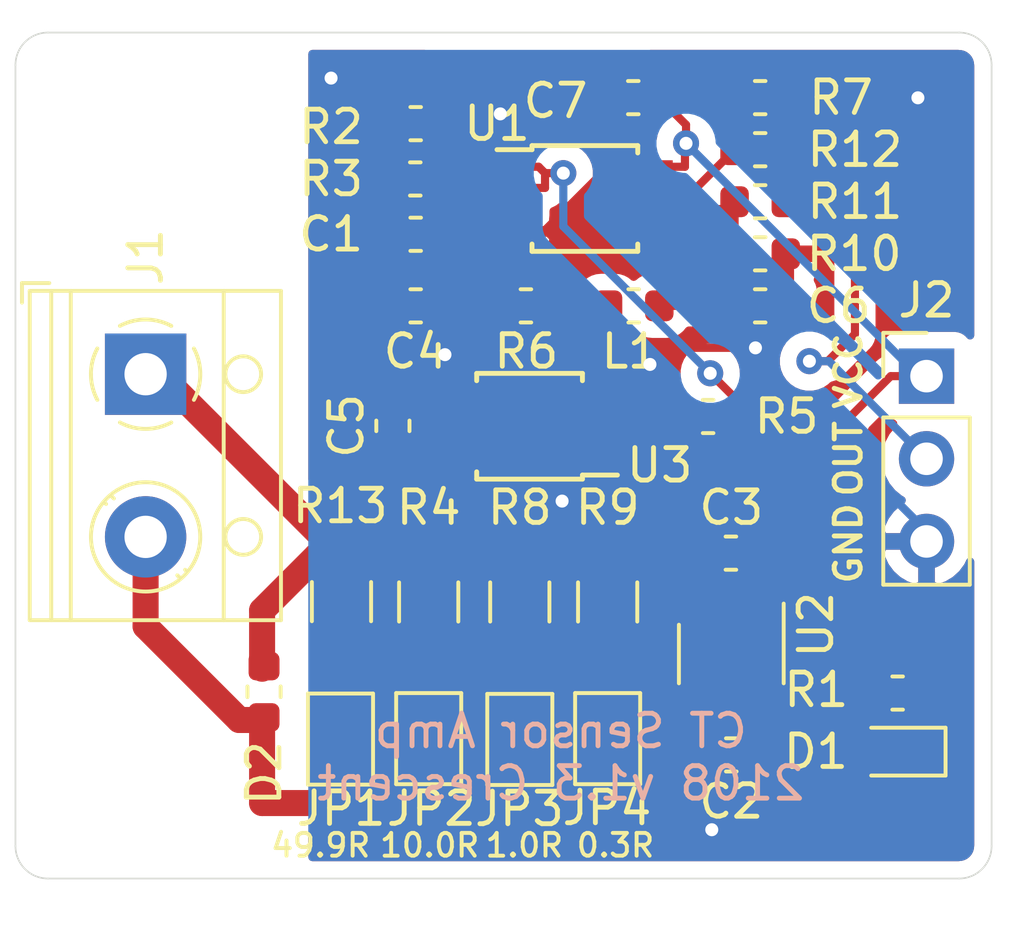
<source format=kicad_pcb>
(kicad_pcb (version 20171130) (host pcbnew "(5.1.2)-1")

  (general
    (thickness 1.6)
    (drawings 16)
    (tracks 203)
    (zones 0)
    (modules 34)
    (nets 22)
  )

  (page A4)
  (title_block
    (title "CT Sensor Amp")
    (date 2021-08-24)
    (rev v1.3)
    (company Crescent)
  )

  (layers
    (0 F.Cu signal)
    (31 B.Cu signal)
    (32 B.Adhes user)
    (33 F.Adhes user)
    (34 B.Paste user)
    (35 F.Paste user)
    (36 B.SilkS user)
    (37 F.SilkS user)
    (38 B.Mask user)
    (39 F.Mask user)
    (40 Dwgs.User user)
    (41 Cmts.User user)
    (42 Eco1.User user)
    (43 Eco2.User user)
    (44 Edge.Cuts user)
    (45 Margin user)
    (46 B.CrtYd user)
    (47 F.CrtYd user)
    (48 B.Fab user hide)
    (49 F.Fab user hide)
  )

  (setup
    (last_trace_width 0.25)
    (trace_clearance 0.25)
    (zone_clearance 0.508)
    (zone_45_only no)
    (trace_min 0.2)
    (via_size 0.8)
    (via_drill 0.4)
    (via_min_size 0.4)
    (via_min_drill 0.3)
    (uvia_size 0.3)
    (uvia_drill 0.1)
    (uvias_allowed no)
    (uvia_min_size 0.2)
    (uvia_min_drill 0.1)
    (edge_width 0.05)
    (segment_width 0.2)
    (pcb_text_width 0.3)
    (pcb_text_size 1.5 1.5)
    (mod_edge_width 0.12)
    (mod_text_size 1 1)
    (mod_text_width 0.15)
    (pad_size 1.524 1.524)
    (pad_drill 0.762)
    (pad_to_mask_clearance 0.051)
    (solder_mask_min_width 0.25)
    (aux_axis_origin 0 0)
    (visible_elements 7FFFFFFF)
    (pcbplotparams
      (layerselection 0x010fc_ffffffff)
      (usegerberextensions true)
      (usegerberattributes false)
      (usegerberadvancedattributes false)
      (creategerberjobfile false)
      (excludeedgelayer true)
      (linewidth 0.100000)
      (plotframeref false)
      (viasonmask false)
      (mode 1)
      (useauxorigin false)
      (hpglpennumber 1)
      (hpglpenspeed 20)
      (hpglpendiameter 15.000000)
      (psnegative false)
      (psa4output false)
      (plotreference true)
      (plotvalue true)
      (plotinvisibletext false)
      (padsonsilk false)
      (subtractmaskfromsilk true)
      (outputformat 1)
      (mirror false)
      (drillshape 0)
      (scaleselection 1)
      (outputdirectory "gerber/"))
  )

  (net 0 "")
  (net 1 GND)
  (net 2 "Net-(C1-Pad1)")
  (net 3 VCC)
  (net 4 "Net-(C3-Pad2)")
  (net 5 "Net-(C3-Pad1)")
  (net 6 "Net-(C4-Pad1)")
  (net 7 "Net-(C6-Pad1)")
  (net 8 "Net-(D1-Pad1)")
  (net 9 "Net-(D2-Pad2)")
  (net 10 "Net-(D2-Pad1)")
  (net 11 "Net-(R5-Pad2)")
  (net 12 "Net-(R5-Pad1)")
  (net 13 /OUT)
  (net 14 "Net-(JP1-Pad1)")
  (net 15 "Net-(JP2-Pad1)")
  (net 16 "Net-(JP3-Pad1)")
  (net 17 "Net-(L1-Pad1)")
  (net 18 "Net-(R12-Pad2)")
  (net 19 "Net-(R10-Pad1)")
  (net 20 "Net-(R11-Pad2)")
  (net 21 "Net-(JP4-Pad1)")

  (net_class Default "これはデフォルトのネット クラスです。"
    (clearance 0.25)
    (trace_width 0.25)
    (via_dia 0.8)
    (via_drill 0.4)
    (uvia_dia 0.3)
    (uvia_drill 0.1)
    (add_net /OUT)
    (add_net GND)
    (add_net "Net-(C1-Pad1)")
    (add_net "Net-(C3-Pad1)")
    (add_net "Net-(C3-Pad2)")
    (add_net "Net-(C4-Pad1)")
    (add_net "Net-(C6-Pad1)")
    (add_net "Net-(D1-Pad1)")
    (add_net "Net-(L1-Pad1)")
    (add_net "Net-(R10-Pad1)")
    (add_net "Net-(R11-Pad2)")
    (add_net "Net-(R12-Pad2)")
    (add_net "Net-(R5-Pad1)")
    (add_net "Net-(R5-Pad2)")
    (add_net VCC)
  )

  (net_class POW ""
    (clearance 0.25)
    (trace_width 0.8)
    (via_dia 0.8)
    (via_drill 0.4)
    (uvia_dia 0.3)
    (uvia_drill 0.1)
    (add_net "Net-(D2-Pad1)")
    (add_net "Net-(D2-Pad2)")
    (add_net "Net-(JP1-Pad1)")
    (add_net "Net-(JP2-Pad1)")
    (add_net "Net-(JP3-Pad1)")
    (add_net "Net-(JP4-Pad1)")
  )

  (module Resistor_SMD:R_0603_1608Metric (layer F.Cu) (tedit 5B301BBD) (tstamp 60EB2DEA)
    (at 144.64 129.26 270)
    (descr "Resistor SMD 0603 (1608 Metric), square (rectangular) end terminal, IPC_7351 nominal, (Body size source: http://www.tortai-tech.com/upload/download/2011102023233369053.pdf), generated with kicad-footprint-generator")
    (tags resistor)
    (path /60F86A6E)
    (attr smd)
    (fp_text reference D2 (at 2.5 0 90) (layer F.SilkS)
      (effects (font (size 1 1) (thickness 0.15)))
    )
    (fp_text value D_TVS (at 0 1.43 90) (layer F.Fab)
      (effects (font (size 1 1) (thickness 0.15)))
    )
    (fp_text user %R (at 0 0 90) (layer F.Fab)
      (effects (font (size 0.4 0.4) (thickness 0.06)))
    )
    (fp_line (start 1.48 0.73) (end -1.48 0.73) (layer F.CrtYd) (width 0.05))
    (fp_line (start 1.48 -0.73) (end 1.48 0.73) (layer F.CrtYd) (width 0.05))
    (fp_line (start -1.48 -0.73) (end 1.48 -0.73) (layer F.CrtYd) (width 0.05))
    (fp_line (start -1.48 0.73) (end -1.48 -0.73) (layer F.CrtYd) (width 0.05))
    (fp_line (start -0.162779 0.51) (end 0.162779 0.51) (layer F.SilkS) (width 0.12))
    (fp_line (start -0.162779 -0.51) (end 0.162779 -0.51) (layer F.SilkS) (width 0.12))
    (fp_line (start 0.8 0.4) (end -0.8 0.4) (layer F.Fab) (width 0.1))
    (fp_line (start 0.8 -0.4) (end 0.8 0.4) (layer F.Fab) (width 0.1))
    (fp_line (start -0.8 -0.4) (end 0.8 -0.4) (layer F.Fab) (width 0.1))
    (fp_line (start -0.8 0.4) (end -0.8 -0.4) (layer F.Fab) (width 0.1))
    (pad 2 smd roundrect (at 0.7875 0 270) (size 0.875 0.95) (layers F.Cu F.Paste F.Mask) (roundrect_rratio 0.25)
      (net 9 "Net-(D2-Pad2)"))
    (pad 1 smd roundrect (at -0.7875 0 270) (size 0.875 0.95) (layers F.Cu F.Paste F.Mask) (roundrect_rratio 0.25)
      (net 10 "Net-(D2-Pad1)"))
    (model ${KISYS3DMOD}/Resistor_SMD.3dshapes/R_0603_1608Metric.wrl
      (at (xyz 0 0 0))
      (scale (xyz 1 1 1))
      (rotate (xyz 0 0 0))
    )
  )

  (module Resistor_SMD:R_1206_3216Metric (layer F.Cu) (tedit 5B301BBD) (tstamp 61244FEB)
    (at 147.02 126.49 270)
    (descr "Resistor SMD 1206 (3216 Metric), square (rectangular) end terminal, IPC_7351 nominal, (Body size source: http://www.tortai-tech.com/upload/download/2011102023233369053.pdf), generated with kicad-footprint-generator")
    (tags resistor)
    (path /61262396)
    (attr smd)
    (fp_text reference R13 (at -2.94 0.04 180) (layer F.SilkS)
      (effects (font (size 1 1) (thickness 0.15)))
    )
    (fp_text value 49.9 (at 0 1.82 90) (layer F.Fab)
      (effects (font (size 1 1) (thickness 0.15)))
    )
    (fp_text user %R (at 0 0 90) (layer F.Fab)
      (effects (font (size 0.8 0.8) (thickness 0.12)))
    )
    (fp_line (start 2.28 1.12) (end -2.28 1.12) (layer F.CrtYd) (width 0.05))
    (fp_line (start 2.28 -1.12) (end 2.28 1.12) (layer F.CrtYd) (width 0.05))
    (fp_line (start -2.28 -1.12) (end 2.28 -1.12) (layer F.CrtYd) (width 0.05))
    (fp_line (start -2.28 1.12) (end -2.28 -1.12) (layer F.CrtYd) (width 0.05))
    (fp_line (start -0.602064 0.91) (end 0.602064 0.91) (layer F.SilkS) (width 0.12))
    (fp_line (start -0.602064 -0.91) (end 0.602064 -0.91) (layer F.SilkS) (width 0.12))
    (fp_line (start 1.6 0.8) (end -1.6 0.8) (layer F.Fab) (width 0.1))
    (fp_line (start 1.6 -0.8) (end 1.6 0.8) (layer F.Fab) (width 0.1))
    (fp_line (start -1.6 -0.8) (end 1.6 -0.8) (layer F.Fab) (width 0.1))
    (fp_line (start -1.6 0.8) (end -1.6 -0.8) (layer F.Fab) (width 0.1))
    (pad 2 smd roundrect (at 1.4 0 270) (size 1.25 1.75) (layers F.Cu F.Paste F.Mask) (roundrect_rratio 0.2)
      (net 14 "Net-(JP1-Pad1)"))
    (pad 1 smd roundrect (at -1.4 0 270) (size 1.25 1.75) (layers F.Cu F.Paste F.Mask) (roundrect_rratio 0.2)
      (net 10 "Net-(D2-Pad1)"))
    (model ${KISYS3DMOD}/Resistor_SMD.3dshapes/R_1206_3216Metric.wrl
      (at (xyz 0 0 0))
      (scale (xyz 1 1 1))
      (rotate (xyz 0 0 0))
    )
  )

  (module Jumper:SolderJumper-2_P1.3mm_Open_TrianglePad1.0x1.5mm (layer F.Cu) (tedit 5A64794F) (tstamp 61244E23)
    (at 146.99 130.715 270)
    (descr "SMD Solder Jumper, 1x1.5mm Triangular Pads, 0.3mm gap, open")
    (tags "solder jumper open")
    (path /6126239C)
    (attr virtual)
    (fp_text reference JP1 (at 2.135 -0.02 180) (layer F.SilkS)
      (effects (font (size 1 1) (thickness 0.15)))
    )
    (fp_text value SolderJumper_2_Open (at 0 1.9 90) (layer F.Fab)
      (effects (font (size 1 1) (thickness 0.15)))
    )
    (fp_line (start 1.65 1.25) (end -1.65 1.25) (layer F.CrtYd) (width 0.05))
    (fp_line (start 1.65 1.25) (end 1.65 -1.25) (layer F.CrtYd) (width 0.05))
    (fp_line (start -1.65 -1.25) (end -1.65 1.25) (layer F.CrtYd) (width 0.05))
    (fp_line (start -1.65 -1.25) (end 1.65 -1.25) (layer F.CrtYd) (width 0.05))
    (fp_line (start -1.4 -1) (end 1.4 -1) (layer F.SilkS) (width 0.12))
    (fp_line (start 1.4 -1) (end 1.4 1) (layer F.SilkS) (width 0.12))
    (fp_line (start 1.4 1) (end -1.4 1) (layer F.SilkS) (width 0.12))
    (fp_line (start -1.4 1) (end -1.4 -1) (layer F.SilkS) (width 0.12))
    (pad 1 smd custom (at -0.725 0 270) (size 0.3 0.3) (layers F.Cu F.Mask)
      (net 14 "Net-(JP1-Pad1)") (zone_connect 2)
      (options (clearance outline) (anchor rect))
      (primitives
        (gr_poly (pts
           (xy -0.5 -0.75) (xy 0.5 -0.75) (xy 1 0) (xy 0.5 0.75) (xy -0.5 0.75)
) (width 0))
      ))
    (pad 2 smd custom (at 0.725 0 270) (size 0.3 0.3) (layers F.Cu F.Mask)
      (net 9 "Net-(D2-Pad2)") (zone_connect 2)
      (options (clearance outline) (anchor rect))
      (primitives
        (gr_poly (pts
           (xy -0.65 -0.75) (xy 0.5 -0.75) (xy 0.5 0.75) (xy -0.65 0.75) (xy -0.15 0)
) (width 0))
      ))
  )

  (module MountingHole:MountingHole_3.2mm_M3 (layer F.Cu) (tedit 56D1B4CB) (tstamp 60EB384C)
    (at 140 112)
    (descr "Mounting Hole 3.2mm, no annular, M3")
    (tags "mounting hole 3.2mm no annular m3")
    (path /610B85DB)
    (attr virtual)
    (fp_text reference H2 (at 0 -4.2) (layer F.SilkS) hide
      (effects (font (size 1 1) (thickness 0.15)))
    )
    (fp_text value MountingHole (at 0 4.2) (layer F.Fab)
      (effects (font (size 1 1) (thickness 0.15)))
    )
    (fp_circle (center 0 0) (end 3.45 0) (layer F.CrtYd) (width 0.05))
    (fp_circle (center 0 0) (end 3.2 0) (layer Cmts.User) (width 0.15))
    (fp_text user %R (at 0.3 0) (layer F.Fab)
      (effects (font (size 1 1) (thickness 0.15)))
    )
    (pad 1 np_thru_hole circle (at 0 0) (size 3.2 3.2) (drill 3.2) (layers *.Cu *.Mask))
  )

  (module MountingHole:MountingHole_3.2mm_M3 (layer F.Cu) (tedit 56D1B4CB) (tstamp 60EB3844)
    (at 140 132)
    (descr "Mounting Hole 3.2mm, no annular, M3")
    (tags "mounting hole 3.2mm no annular m3")
    (path /610B48A8)
    (attr virtual)
    (fp_text reference H1 (at 0 -4.2) (layer F.SilkS) hide
      (effects (font (size 1 1) (thickness 0.15)))
    )
    (fp_text value MountingHole (at 0 4.2) (layer F.Fab)
      (effects (font (size 1 1) (thickness 0.15)))
    )
    (fp_circle (center 0 0) (end 3.45 0) (layer F.CrtYd) (width 0.05))
    (fp_circle (center 0 0) (end 3.2 0) (layer Cmts.User) (width 0.15))
    (fp_text user %R (at 0.3 0) (layer F.Fab)
      (effects (font (size 1 1) (thickness 0.15)))
    )
    (pad 1 np_thru_hole circle (at 0 0) (size 3.2 3.2) (drill 3.2) (layers *.Cu *.Mask))
  )

  (module Package_SO:TSSOP-8_3x3mm_P0.65mm (layer F.Cu) (tedit 5A02F25C) (tstamp 60EB2EF8)
    (at 152.8 121.1 180)
    (descr "TSSOP8: plastic thin shrink small outline package; 8 leads; body width 3 mm; (see NXP SSOP-TSSOP-VSO-REFLOW.pdf and sot505-1_po.pdf)")
    (tags "SSOP 0.65")
    (path /60F8CDA5)
    (attr smd)
    (fp_text reference U3 (at -4 -1.2) (layer F.SilkS)
      (effects (font (size 1 1) (thickness 0.15)))
    )
    (fp_text value LTC1966 (at 0 2.55) (layer F.Fab)
      (effects (font (size 1 1) (thickness 0.15)))
    )
    (fp_text user %R (at 0 0) (layer F.Fab)
      (effects (font (size 0.6 0.6) (thickness 0.15)))
    )
    (fp_line (start -1.625 -1.5) (end -2.7 -1.5) (layer F.SilkS) (width 0.15))
    (fp_line (start -1.625 1.625) (end 1.625 1.625) (layer F.SilkS) (width 0.15))
    (fp_line (start -1.625 -1.625) (end 1.625 -1.625) (layer F.SilkS) (width 0.15))
    (fp_line (start -1.625 1.625) (end -1.625 1.4) (layer F.SilkS) (width 0.15))
    (fp_line (start 1.625 1.625) (end 1.625 1.4) (layer F.SilkS) (width 0.15))
    (fp_line (start 1.625 -1.625) (end 1.625 -1.4) (layer F.SilkS) (width 0.15))
    (fp_line (start -1.625 -1.625) (end -1.625 -1.5) (layer F.SilkS) (width 0.15))
    (fp_line (start -2.95 1.8) (end 2.95 1.8) (layer F.CrtYd) (width 0.05))
    (fp_line (start -2.95 -1.8) (end 2.95 -1.8) (layer F.CrtYd) (width 0.05))
    (fp_line (start 2.95 -1.8) (end 2.95 1.8) (layer F.CrtYd) (width 0.05))
    (fp_line (start -2.95 -1.8) (end -2.95 1.8) (layer F.CrtYd) (width 0.05))
    (fp_line (start -1.5 -0.5) (end -0.5 -1.5) (layer F.Fab) (width 0.15))
    (fp_line (start -1.5 1.5) (end -1.5 -0.5) (layer F.Fab) (width 0.15))
    (fp_line (start 1.5 1.5) (end -1.5 1.5) (layer F.Fab) (width 0.15))
    (fp_line (start 1.5 -1.5) (end 1.5 1.5) (layer F.Fab) (width 0.15))
    (fp_line (start -0.5 -1.5) (end 1.5 -1.5) (layer F.Fab) (width 0.15))
    (pad 8 smd rect (at 2.15 -0.975 180) (size 1.1 0.4) (layers F.Cu F.Paste F.Mask)
      (net 1 GND))
    (pad 7 smd rect (at 2.15 -0.325 180) (size 1.1 0.4) (layers F.Cu F.Paste F.Mask)
      (net 3 VCC))
    (pad 6 smd rect (at 2.15 0.325 180) (size 1.1 0.4) (layers F.Cu F.Paste F.Mask)
      (net 1 GND))
    (pad 5 smd rect (at 2.15 0.975 180) (size 1.1 0.4) (layers F.Cu F.Paste F.Mask)
      (net 6 "Net-(C4-Pad1)"))
    (pad 4 smd rect (at -2.15 0.975 180) (size 1.1 0.4) (layers F.Cu F.Paste F.Mask)
      (net 1 GND))
    (pad 3 smd rect (at -2.15 0.325 180) (size 1.1 0.4) (layers F.Cu F.Paste F.Mask)
      (net 12 "Net-(R5-Pad1)"))
    (pad 2 smd rect (at -2.15 -0.325 180) (size 1.1 0.4) (layers F.Cu F.Paste F.Mask)
      (net 5 "Net-(C3-Pad1)"))
    (pad 1 smd rect (at -2.15 -0.975 180) (size 1.1 0.4) (layers F.Cu F.Paste F.Mask)
      (net 1 GND))
    (model ${KISYS3DMOD}/Package_SO.3dshapes/TSSOP-8_3x3mm_P0.65mm.wrl
      (at (xyz 0 0 0))
      (scale (xyz 1 1 1))
      (rotate (xyz 0 0 0))
    )
  )

  (module Package_TO_SOT_SMD:SOT-23-6 (layer F.Cu) (tedit 5A02FF57) (tstamp 60EB2EDB)
    (at 159 128.1 270)
    (descr "6-pin SOT-23 package")
    (tags SOT-23-6)
    (path /60F819EA)
    (attr smd)
    (fp_text reference U2 (at -0.9 -2.6 90) (layer F.SilkS)
      (effects (font (size 1 1) (thickness 0.15)))
    )
    (fp_text value INA181A1 (at 0 2.9 90) (layer F.Fab)
      (effects (font (size 1 1) (thickness 0.15)))
    )
    (fp_line (start 0.9 -1.55) (end 0.9 1.55) (layer F.Fab) (width 0.1))
    (fp_line (start 0.9 1.55) (end -0.9 1.55) (layer F.Fab) (width 0.1))
    (fp_line (start -0.9 -0.9) (end -0.9 1.55) (layer F.Fab) (width 0.1))
    (fp_line (start 0.9 -1.55) (end -0.25 -1.55) (layer F.Fab) (width 0.1))
    (fp_line (start -0.9 -0.9) (end -0.25 -1.55) (layer F.Fab) (width 0.1))
    (fp_line (start -1.9 -1.8) (end -1.9 1.8) (layer F.CrtYd) (width 0.05))
    (fp_line (start -1.9 1.8) (end 1.9 1.8) (layer F.CrtYd) (width 0.05))
    (fp_line (start 1.9 1.8) (end 1.9 -1.8) (layer F.CrtYd) (width 0.05))
    (fp_line (start 1.9 -1.8) (end -1.9 -1.8) (layer F.CrtYd) (width 0.05))
    (fp_line (start 0.9 -1.61) (end -1.55 -1.61) (layer F.SilkS) (width 0.12))
    (fp_line (start -0.9 1.61) (end 0.9 1.61) (layer F.SilkS) (width 0.12))
    (fp_text user %R (at 0 0) (layer F.Fab)
      (effects (font (size 0.5 0.5) (thickness 0.075)))
    )
    (pad 5 smd rect (at 1.1 0 270) (size 1.06 0.65) (layers F.Cu F.Paste F.Mask)
      (net 11 "Net-(R5-Pad2)"))
    (pad 6 smd rect (at 1.1 -0.95 270) (size 1.06 0.65) (layers F.Cu F.Paste F.Mask)
      (net 3 VCC))
    (pad 4 smd rect (at 1.1 0.95 270) (size 1.06 0.65) (layers F.Cu F.Paste F.Mask)
      (net 9 "Net-(D2-Pad2)"))
    (pad 3 smd rect (at -1.1 0.95 270) (size 1.06 0.65) (layers F.Cu F.Paste F.Mask)
      (net 10 "Net-(D2-Pad1)"))
    (pad 2 smd rect (at -1.1 0 270) (size 1.06 0.65) (layers F.Cu F.Paste F.Mask)
      (net 1 GND))
    (pad 1 smd rect (at -1.1 -0.95 270) (size 1.06 0.65) (layers F.Cu F.Paste F.Mask)
      (net 4 "Net-(C3-Pad2)"))
    (model ${KISYS3DMOD}/Package_TO_SOT_SMD.3dshapes/SOT-23-6.wrl
      (at (xyz 0 0 0))
      (scale (xyz 1 1 1))
      (rotate (xyz 0 0 0))
    )
  )

  (module Package_SO:TSSOP-8_3x3mm_P0.65mm (layer F.Cu) (tedit 5A02F25C) (tstamp 60EB2EC5)
    (at 154.5 114.1)
    (descr "TSSOP8: plastic thin shrink small outline package; 8 leads; body width 3 mm; (see NXP SSOP-TSSOP-VSO-REFLOW.pdf and sot505-1_po.pdf)")
    (tags "SSOP 0.65")
    (path /60F836D3)
    (attr smd)
    (fp_text reference U1 (at -2.7 -2.3) (layer F.SilkS)
      (effects (font (size 1 1) (thickness 0.15)))
    )
    (fp_text value MCP6V62-E/MS (at 0 2.55) (layer F.Fab)
      (effects (font (size 1 1) (thickness 0.15)))
    )
    (fp_text user %R (at 0 0) (layer F.Fab)
      (effects (font (size 0.6 0.6) (thickness 0.15)))
    )
    (fp_line (start -1.625 -1.5) (end -2.7 -1.5) (layer F.SilkS) (width 0.15))
    (fp_line (start -1.625 1.625) (end 1.625 1.625) (layer F.SilkS) (width 0.15))
    (fp_line (start -1.625 -1.625) (end 1.625 -1.625) (layer F.SilkS) (width 0.15))
    (fp_line (start -1.625 1.625) (end -1.625 1.4) (layer F.SilkS) (width 0.15))
    (fp_line (start 1.625 1.625) (end 1.625 1.4) (layer F.SilkS) (width 0.15))
    (fp_line (start 1.625 -1.625) (end 1.625 -1.4) (layer F.SilkS) (width 0.15))
    (fp_line (start -1.625 -1.625) (end -1.625 -1.5) (layer F.SilkS) (width 0.15))
    (fp_line (start -2.95 1.8) (end 2.95 1.8) (layer F.CrtYd) (width 0.05))
    (fp_line (start -2.95 -1.8) (end 2.95 -1.8) (layer F.CrtYd) (width 0.05))
    (fp_line (start 2.95 -1.8) (end 2.95 1.8) (layer F.CrtYd) (width 0.05))
    (fp_line (start -2.95 -1.8) (end -2.95 1.8) (layer F.CrtYd) (width 0.05))
    (fp_line (start -1.5 -0.5) (end -0.5 -1.5) (layer F.Fab) (width 0.15))
    (fp_line (start -1.5 1.5) (end -1.5 -0.5) (layer F.Fab) (width 0.15))
    (fp_line (start 1.5 1.5) (end -1.5 1.5) (layer F.Fab) (width 0.15))
    (fp_line (start 1.5 -1.5) (end 1.5 1.5) (layer F.Fab) (width 0.15))
    (fp_line (start -0.5 -1.5) (end 1.5 -1.5) (layer F.Fab) (width 0.15))
    (pad 8 smd rect (at 2.15 -0.975) (size 1.1 0.4) (layers F.Cu F.Paste F.Mask)
      (net 3 VCC))
    (pad 7 smd rect (at 2.15 -0.325) (size 1.1 0.4) (layers F.Cu F.Paste F.Mask)
      (net 18 "Net-(R12-Pad2)"))
    (pad 6 smd rect (at 2.15 0.325) (size 1.1 0.4) (layers F.Cu F.Paste F.Mask)
      (net 19 "Net-(R10-Pad1)"))
    (pad 5 smd rect (at 2.15 0.975) (size 1.1 0.4) (layers F.Cu F.Paste F.Mask)
      (net 7 "Net-(C6-Pad1)"))
    (pad 4 smd rect (at -2.15 0.975) (size 1.1 0.4) (layers F.Cu F.Paste F.Mask)
      (net 1 GND))
    (pad 3 smd rect (at -2.15 0.325) (size 1.1 0.4) (layers F.Cu F.Paste F.Mask)
      (net 2 "Net-(C1-Pad1)"))
    (pad 2 smd rect (at -2.15 -0.325) (size 1.1 0.4) (layers F.Cu F.Paste F.Mask)
      (net 11 "Net-(R5-Pad2)"))
    (pad 1 smd rect (at -2.15 -0.975) (size 1.1 0.4) (layers F.Cu F.Paste F.Mask)
      (net 11 "Net-(R5-Pad2)"))
    (model ${KISYS3DMOD}/Package_SO.3dshapes/TSSOP-8_3x3mm_P0.65mm.wrl
      (at (xyz 0 0 0))
      (scale (xyz 1 1 1))
      (rotate (xyz 0 0 0))
    )
  )

  (module Resistor_SMD:R_0603_1608Metric (layer F.Cu) (tedit 5B301BBD) (tstamp 60EB2EA8)
    (at 159.888 111 180)
    (descr "Resistor SMD 0603 (1608 Metric), square (rectangular) end terminal, IPC_7351 nominal, (Body size source: http://www.tortai-tech.com/upload/download/2011102023233369053.pdf), generated with kicad-footprint-generator")
    (tags resistor)
    (path /60FEE878)
    (attr smd)
    (fp_text reference R7 (at -2.4875 0) (layer F.SilkS)
      (effects (font (size 1 1) (thickness 0.15)))
    )
    (fp_text value 10 (at 0 1.43) (layer F.Fab)
      (effects (font (size 1 1) (thickness 0.15)))
    )
    (fp_text user %R (at 0 0) (layer F.Fab)
      (effects (font (size 0.4 0.4) (thickness 0.06)))
    )
    (fp_line (start 1.48 0.73) (end -1.48 0.73) (layer F.CrtYd) (width 0.05))
    (fp_line (start 1.48 -0.73) (end 1.48 0.73) (layer F.CrtYd) (width 0.05))
    (fp_line (start -1.48 -0.73) (end 1.48 -0.73) (layer F.CrtYd) (width 0.05))
    (fp_line (start -1.48 0.73) (end -1.48 -0.73) (layer F.CrtYd) (width 0.05))
    (fp_line (start -0.162779 0.51) (end 0.162779 0.51) (layer F.SilkS) (width 0.12))
    (fp_line (start -0.162779 -0.51) (end 0.162779 -0.51) (layer F.SilkS) (width 0.12))
    (fp_line (start 0.8 0.4) (end -0.8 0.4) (layer F.Fab) (width 0.1))
    (fp_line (start 0.8 -0.4) (end 0.8 0.4) (layer F.Fab) (width 0.1))
    (fp_line (start -0.8 -0.4) (end 0.8 -0.4) (layer F.Fab) (width 0.1))
    (fp_line (start -0.8 0.4) (end -0.8 -0.4) (layer F.Fab) (width 0.1))
    (pad 2 smd roundrect (at 0.7875 0 180) (size 0.875 0.95) (layers F.Cu F.Paste F.Mask) (roundrect_rratio 0.25)
      (net 18 "Net-(R12-Pad2)"))
    (pad 1 smd roundrect (at -0.7875 0 180) (size 0.875 0.95) (layers F.Cu F.Paste F.Mask) (roundrect_rratio 0.25)
      (net 13 /OUT))
    (model ${KISYS3DMOD}/Resistor_SMD.3dshapes/R_0603_1608Metric.wrl
      (at (xyz 0 0 0))
      (scale (xyz 1 1 1))
      (rotate (xyz 0 0 0))
    )
  )

  (module Resistor_SMD:R_0603_1608Metric (layer F.Cu) (tedit 5B301BBD) (tstamp 60EB2E97)
    (at 152.688 117.4 180)
    (descr "Resistor SMD 0603 (1608 Metric), square (rectangular) end terminal, IPC_7351 nominal, (Body size source: http://www.tortai-tech.com/upload/download/2011102023233369053.pdf), generated with kicad-footprint-generator")
    (tags resistor)
    (path /60FDB10C)
    (attr smd)
    (fp_text reference R6 (at -0.0125 -1.4) (layer F.SilkS)
      (effects (font (size 1 1) (thickness 0.15)))
    )
    (fp_text value 20k (at 0 1.43) (layer F.Fab)
      (effects (font (size 1 1) (thickness 0.15)))
    )
    (fp_text user %R (at 0 0) (layer F.Fab)
      (effects (font (size 0.4 0.4) (thickness 0.06)))
    )
    (fp_line (start 1.48 0.73) (end -1.48 0.73) (layer F.CrtYd) (width 0.05))
    (fp_line (start 1.48 -0.73) (end 1.48 0.73) (layer F.CrtYd) (width 0.05))
    (fp_line (start -1.48 -0.73) (end 1.48 -0.73) (layer F.CrtYd) (width 0.05))
    (fp_line (start -1.48 0.73) (end -1.48 -0.73) (layer F.CrtYd) (width 0.05))
    (fp_line (start -0.162779 0.51) (end 0.162779 0.51) (layer F.SilkS) (width 0.12))
    (fp_line (start -0.162779 -0.51) (end 0.162779 -0.51) (layer F.SilkS) (width 0.12))
    (fp_line (start 0.8 0.4) (end -0.8 0.4) (layer F.Fab) (width 0.1))
    (fp_line (start 0.8 -0.4) (end 0.8 0.4) (layer F.Fab) (width 0.1))
    (fp_line (start -0.8 -0.4) (end 0.8 -0.4) (layer F.Fab) (width 0.1))
    (fp_line (start -0.8 0.4) (end -0.8 -0.4) (layer F.Fab) (width 0.1))
    (pad 2 smd roundrect (at 0.7875 0 180) (size 0.875 0.95) (layers F.Cu F.Paste F.Mask) (roundrect_rratio 0.25)
      (net 6 "Net-(C4-Pad1)"))
    (pad 1 smd roundrect (at -0.7875 0 180) (size 0.875 0.95) (layers F.Cu F.Paste F.Mask) (roundrect_rratio 0.25)
      (net 17 "Net-(L1-Pad1)"))
    (model ${KISYS3DMOD}/Resistor_SMD.3dshapes/R_0603_1608Metric.wrl
      (at (xyz 0 0 0))
      (scale (xyz 1 1 1))
      (rotate (xyz 0 0 0))
    )
  )

  (module Resistor_SMD:R_0603_1608Metric (layer F.Cu) (tedit 5B301BBD) (tstamp 60EB2E86)
    (at 158.288 120.8)
    (descr "Resistor SMD 0603 (1608 Metric), square (rectangular) end terminal, IPC_7351 nominal, (Body size source: http://www.tortai-tech.com/upload/download/2011102023233369053.pdf), generated with kicad-footprint-generator")
    (tags resistor)
    (path /610686B3)
    (attr smd)
    (fp_text reference R5 (at 2.4125 0) (layer F.SilkS)
      (effects (font (size 1 1) (thickness 0.15)))
    )
    (fp_text value 0 (at 0 1.43) (layer F.Fab)
      (effects (font (size 1 1) (thickness 0.15)))
    )
    (fp_text user %R (at 0 0) (layer F.Fab)
      (effects (font (size 0.4 0.4) (thickness 0.06)))
    )
    (fp_line (start 1.48 0.73) (end -1.48 0.73) (layer F.CrtYd) (width 0.05))
    (fp_line (start 1.48 -0.73) (end 1.48 0.73) (layer F.CrtYd) (width 0.05))
    (fp_line (start -1.48 -0.73) (end 1.48 -0.73) (layer F.CrtYd) (width 0.05))
    (fp_line (start -1.48 0.73) (end -1.48 -0.73) (layer F.CrtYd) (width 0.05))
    (fp_line (start -0.162779 0.51) (end 0.162779 0.51) (layer F.SilkS) (width 0.12))
    (fp_line (start -0.162779 -0.51) (end 0.162779 -0.51) (layer F.SilkS) (width 0.12))
    (fp_line (start 0.8 0.4) (end -0.8 0.4) (layer F.Fab) (width 0.1))
    (fp_line (start 0.8 -0.4) (end 0.8 0.4) (layer F.Fab) (width 0.1))
    (fp_line (start -0.8 -0.4) (end 0.8 -0.4) (layer F.Fab) (width 0.1))
    (fp_line (start -0.8 0.4) (end -0.8 -0.4) (layer F.Fab) (width 0.1))
    (pad 2 smd roundrect (at 0.7875 0) (size 0.875 0.95) (layers F.Cu F.Paste F.Mask) (roundrect_rratio 0.25)
      (net 11 "Net-(R5-Pad2)"))
    (pad 1 smd roundrect (at -0.7875 0) (size 0.875 0.95) (layers F.Cu F.Paste F.Mask) (roundrect_rratio 0.25)
      (net 12 "Net-(R5-Pad1)"))
    (model ${KISYS3DMOD}/Resistor_SMD.3dshapes/R_0603_1608Metric.wrl
      (at (xyz 0 0 0))
      (scale (xyz 1 1 1))
      (rotate (xyz 0 0 0))
    )
  )

  (module Resistor_SMD:R_1206_3216Metric (layer F.Cu) (tedit 5B301BBD) (tstamp 60EB2E75)
    (at 149.7 126.5 270)
    (descr "Resistor SMD 1206 (3216 Metric), square (rectangular) end terminal, IPC_7351 nominal, (Body size source: http://www.tortai-tech.com/upload/download/2011102023233369053.pdf), generated with kicad-footprint-generator")
    (tags resistor)
    (path /60F85B4C)
    (attr smd)
    (fp_text reference R4 (at -2.9 0 180) (layer F.SilkS)
      (effects (font (size 1 1) (thickness 0.15)))
    )
    (fp_text value 10 (at 0 1.82 90) (layer F.Fab)
      (effects (font (size 1 1) (thickness 0.15)))
    )
    (fp_text user %R (at 0 0 90) (layer F.Fab)
      (effects (font (size 0.8 0.8) (thickness 0.12)))
    )
    (fp_line (start 2.28 1.12) (end -2.28 1.12) (layer F.CrtYd) (width 0.05))
    (fp_line (start 2.28 -1.12) (end 2.28 1.12) (layer F.CrtYd) (width 0.05))
    (fp_line (start -2.28 -1.12) (end 2.28 -1.12) (layer F.CrtYd) (width 0.05))
    (fp_line (start -2.28 1.12) (end -2.28 -1.12) (layer F.CrtYd) (width 0.05))
    (fp_line (start -0.602064 0.91) (end 0.602064 0.91) (layer F.SilkS) (width 0.12))
    (fp_line (start -0.602064 -0.91) (end 0.602064 -0.91) (layer F.SilkS) (width 0.12))
    (fp_line (start 1.6 0.8) (end -1.6 0.8) (layer F.Fab) (width 0.1))
    (fp_line (start 1.6 -0.8) (end 1.6 0.8) (layer F.Fab) (width 0.1))
    (fp_line (start -1.6 -0.8) (end 1.6 -0.8) (layer F.Fab) (width 0.1))
    (fp_line (start -1.6 0.8) (end -1.6 -0.8) (layer F.Fab) (width 0.1))
    (pad 2 smd roundrect (at 1.4 0 270) (size 1.25 1.75) (layers F.Cu F.Paste F.Mask) (roundrect_rratio 0.2)
      (net 15 "Net-(JP2-Pad1)"))
    (pad 1 smd roundrect (at -1.4 0 270) (size 1.25 1.75) (layers F.Cu F.Paste F.Mask) (roundrect_rratio 0.2)
      (net 10 "Net-(D2-Pad1)"))
    (model ${KISYS3DMOD}/Resistor_SMD.3dshapes/R_1206_3216Metric.wrl
      (at (xyz 0 0 0))
      (scale (xyz 1 1 1))
      (rotate (xyz 0 0 0))
    )
  )

  (module Resistor_SMD:R_0603_1608Metric (layer F.Cu) (tedit 5B301BBD) (tstamp 60EB2E64)
    (at 149.288 113.5 180)
    (descr "Resistor SMD 0603 (1608 Metric), square (rectangular) end terminal, IPC_7351 nominal, (Body size source: http://www.tortai-tech.com/upload/download/2011102023233369053.pdf), generated with kicad-footprint-generator")
    (tags resistor)
    (path /60FA08AF)
    (attr smd)
    (fp_text reference R3 (at 2.5875 0) (layer F.SilkS)
      (effects (font (size 1 1) (thickness 0.15)))
    )
    (fp_text value 20k (at 0 1.43) (layer F.Fab)
      (effects (font (size 1 1) (thickness 0.15)))
    )
    (fp_text user %R (at 0 0) (layer F.Fab)
      (effects (font (size 0.4 0.4) (thickness 0.06)))
    )
    (fp_line (start 1.48 0.73) (end -1.48 0.73) (layer F.CrtYd) (width 0.05))
    (fp_line (start 1.48 -0.73) (end 1.48 0.73) (layer F.CrtYd) (width 0.05))
    (fp_line (start -1.48 -0.73) (end 1.48 -0.73) (layer F.CrtYd) (width 0.05))
    (fp_line (start -1.48 0.73) (end -1.48 -0.73) (layer F.CrtYd) (width 0.05))
    (fp_line (start -0.162779 0.51) (end 0.162779 0.51) (layer F.SilkS) (width 0.12))
    (fp_line (start -0.162779 -0.51) (end 0.162779 -0.51) (layer F.SilkS) (width 0.12))
    (fp_line (start 0.8 0.4) (end -0.8 0.4) (layer F.Fab) (width 0.1))
    (fp_line (start 0.8 -0.4) (end 0.8 0.4) (layer F.Fab) (width 0.1))
    (fp_line (start -0.8 -0.4) (end 0.8 -0.4) (layer F.Fab) (width 0.1))
    (fp_line (start -0.8 0.4) (end -0.8 -0.4) (layer F.Fab) (width 0.1))
    (pad 2 smd roundrect (at 0.7875 0 180) (size 0.875 0.95) (layers F.Cu F.Paste F.Mask) (roundrect_rratio 0.25)
      (net 1 GND))
    (pad 1 smd roundrect (at -0.7875 0 180) (size 0.875 0.95) (layers F.Cu F.Paste F.Mask) (roundrect_rratio 0.25)
      (net 2 "Net-(C1-Pad1)"))
    (model ${KISYS3DMOD}/Resistor_SMD.3dshapes/R_0603_1608Metric.wrl
      (at (xyz 0 0 0))
      (scale (xyz 1 1 1))
      (rotate (xyz 0 0 0))
    )
  )

  (module Resistor_SMD:R_0603_1608Metric (layer F.Cu) (tedit 5B301BBD) (tstamp 60EB2E53)
    (at 149.3 111.8)
    (descr "Resistor SMD 0603 (1608 Metric), square (rectangular) end terminal, IPC_7351 nominal, (Body size source: http://www.tortai-tech.com/upload/download/2011102023233369053.pdf), generated with kicad-footprint-generator")
    (tags resistor)
    (path /60FA1E14)
    (attr smd)
    (fp_text reference R2 (at -2.6 0.1) (layer F.SilkS)
      (effects (font (size 1 1) (thickness 0.15)))
    )
    (fp_text value 20k (at 0 1.43) (layer F.Fab)
      (effects (font (size 1 1) (thickness 0.15)))
    )
    (fp_text user %R (at 0 0) (layer F.Fab)
      (effects (font (size 0.4 0.4) (thickness 0.06)))
    )
    (fp_line (start 1.48 0.73) (end -1.48 0.73) (layer F.CrtYd) (width 0.05))
    (fp_line (start 1.48 -0.73) (end 1.48 0.73) (layer F.CrtYd) (width 0.05))
    (fp_line (start -1.48 -0.73) (end 1.48 -0.73) (layer F.CrtYd) (width 0.05))
    (fp_line (start -1.48 0.73) (end -1.48 -0.73) (layer F.CrtYd) (width 0.05))
    (fp_line (start -0.162779 0.51) (end 0.162779 0.51) (layer F.SilkS) (width 0.12))
    (fp_line (start -0.162779 -0.51) (end 0.162779 -0.51) (layer F.SilkS) (width 0.12))
    (fp_line (start 0.8 0.4) (end -0.8 0.4) (layer F.Fab) (width 0.1))
    (fp_line (start 0.8 -0.4) (end 0.8 0.4) (layer F.Fab) (width 0.1))
    (fp_line (start -0.8 -0.4) (end 0.8 -0.4) (layer F.Fab) (width 0.1))
    (fp_line (start -0.8 0.4) (end -0.8 -0.4) (layer F.Fab) (width 0.1))
    (pad 2 smd roundrect (at 0.7875 0) (size 0.875 0.95) (layers F.Cu F.Paste F.Mask) (roundrect_rratio 0.25)
      (net 2 "Net-(C1-Pad1)"))
    (pad 1 smd roundrect (at -0.7875 0) (size 0.875 0.95) (layers F.Cu F.Paste F.Mask) (roundrect_rratio 0.25)
      (net 3 VCC))
    (model ${KISYS3DMOD}/Resistor_SMD.3dshapes/R_0603_1608Metric.wrl
      (at (xyz 0 0 0))
      (scale (xyz 1 1 1))
      (rotate (xyz 0 0 0))
    )
  )

  (module Resistor_SMD:R_0603_1608Metric (layer F.Cu) (tedit 5B301BBD) (tstamp 60EB2E42)
    (at 164.112 129.3 180)
    (descr "Resistor SMD 0603 (1608 Metric), square (rectangular) end terminal, IPC_7351 nominal, (Body size source: http://www.tortai-tech.com/upload/download/2011102023233369053.pdf), generated with kicad-footprint-generator")
    (tags resistor)
    (path /610510EA)
    (attr smd)
    (fp_text reference R1 (at 2.5 0.1) (layer F.SilkS)
      (effects (font (size 1 1) (thickness 0.15)))
    )
    (fp_text value 2k (at 0 1.43) (layer F.Fab)
      (effects (font (size 1 1) (thickness 0.15)))
    )
    (fp_text user %R (at 0 0) (layer F.Fab)
      (effects (font (size 0.4 0.4) (thickness 0.06)))
    )
    (fp_line (start 1.48 0.73) (end -1.48 0.73) (layer F.CrtYd) (width 0.05))
    (fp_line (start 1.48 -0.73) (end 1.48 0.73) (layer F.CrtYd) (width 0.05))
    (fp_line (start -1.48 -0.73) (end 1.48 -0.73) (layer F.CrtYd) (width 0.05))
    (fp_line (start -1.48 0.73) (end -1.48 -0.73) (layer F.CrtYd) (width 0.05))
    (fp_line (start -0.162779 0.51) (end 0.162779 0.51) (layer F.SilkS) (width 0.12))
    (fp_line (start -0.162779 -0.51) (end 0.162779 -0.51) (layer F.SilkS) (width 0.12))
    (fp_line (start 0.8 0.4) (end -0.8 0.4) (layer F.Fab) (width 0.1))
    (fp_line (start 0.8 -0.4) (end 0.8 0.4) (layer F.Fab) (width 0.1))
    (fp_line (start -0.8 -0.4) (end 0.8 -0.4) (layer F.Fab) (width 0.1))
    (fp_line (start -0.8 0.4) (end -0.8 -0.4) (layer F.Fab) (width 0.1))
    (pad 2 smd roundrect (at 0.7875 0 180) (size 0.875 0.95) (layers F.Cu F.Paste F.Mask) (roundrect_rratio 0.25)
      (net 1 GND))
    (pad 1 smd roundrect (at -0.7875 0 180) (size 0.875 0.95) (layers F.Cu F.Paste F.Mask) (roundrect_rratio 0.25)
      (net 8 "Net-(D1-Pad1)"))
    (model ${KISYS3DMOD}/Resistor_SMD.3dshapes/R_0603_1608Metric.wrl
      (at (xyz 0 0 0))
      (scale (xyz 1 1 1))
      (rotate (xyz 0 0 0))
    )
  )

  (module Connector_PinHeader_2.54mm:PinHeader_1x03_P2.54mm_Vertical (layer F.Cu) (tedit 59FED5CC) (tstamp 60EB516C)
    (at 165 119.56)
    (descr "Through hole straight pin header, 1x03, 2.54mm pitch, single row")
    (tags "Through hole pin header THT 1x03 2.54mm single row")
    (path /610967C0)
    (fp_text reference J2 (at 0 -2.33) (layer F.SilkS)
      (effects (font (size 1 1) (thickness 0.15)))
    )
    (fp_text value Conn_01x03 (at 0 7.41) (layer F.Fab)
      (effects (font (size 1 1) (thickness 0.15)))
    )
    (fp_text user %R (at 0 2.54 90) (layer F.Fab)
      (effects (font (size 1 1) (thickness 0.15)))
    )
    (fp_line (start 1.8 -1.8) (end -1.8 -1.8) (layer F.CrtYd) (width 0.05))
    (fp_line (start 1.8 6.85) (end 1.8 -1.8) (layer F.CrtYd) (width 0.05))
    (fp_line (start -1.8 6.85) (end 1.8 6.85) (layer F.CrtYd) (width 0.05))
    (fp_line (start -1.8 -1.8) (end -1.8 6.85) (layer F.CrtYd) (width 0.05))
    (fp_line (start -1.33 -1.33) (end 0 -1.33) (layer F.SilkS) (width 0.12))
    (fp_line (start -1.33 0) (end -1.33 -1.33) (layer F.SilkS) (width 0.12))
    (fp_line (start -1.33 1.27) (end 1.33 1.27) (layer F.SilkS) (width 0.12))
    (fp_line (start 1.33 1.27) (end 1.33 6.41) (layer F.SilkS) (width 0.12))
    (fp_line (start -1.33 1.27) (end -1.33 6.41) (layer F.SilkS) (width 0.12))
    (fp_line (start -1.33 6.41) (end 1.33 6.41) (layer F.SilkS) (width 0.12))
    (fp_line (start -1.27 -0.635) (end -0.635 -1.27) (layer F.Fab) (width 0.1))
    (fp_line (start -1.27 6.35) (end -1.27 -0.635) (layer F.Fab) (width 0.1))
    (fp_line (start 1.27 6.35) (end -1.27 6.35) (layer F.Fab) (width 0.1))
    (fp_line (start 1.27 -1.27) (end 1.27 6.35) (layer F.Fab) (width 0.1))
    (fp_line (start -0.635 -1.27) (end 1.27 -1.27) (layer F.Fab) (width 0.1))
    (pad 3 thru_hole oval (at 0 5.08) (size 1.7 1.7) (drill 1) (layers *.Cu *.Mask)
      (net 1 GND))
    (pad 2 thru_hole oval (at 0 2.54) (size 1.7 1.7) (drill 1) (layers *.Cu *.Mask)
      (net 13 /OUT))
    (pad 1 thru_hole rect (at 0 0) (size 1.7 1.7) (drill 1) (layers *.Cu *.Mask)
      (net 3 VCC))
    (model ${KISYS3DMOD}/Connector_PinHeader_2.54mm.3dshapes/PinHeader_1x03_P2.54mm_Vertical.wrl
      (at (xyz 0 0 0))
      (scale (xyz 1 1 1))
      (rotate (xyz 0 0 0))
    )
  )

  (module TerminalBlock_RND:TerminalBlock_RND_205-00012_1x02_P5.00mm_Horizontal (layer F.Cu) (tedit 5B294F52) (tstamp 60EB2E1A)
    (at 141 119.5 270)
    (descr "terminal block RND 205-00012, 2 pins, pitch 5mm, size 10x7.6mm^2, drill diamater 1.3mm, pad diameter 2.5mm, see http://cdn-reichelt.de/documents/datenblatt/C151/RND_205-00012_DB_EN.pdf, script-generated using https://github.com/pointhi/kicad-footprint-generator/scripts/TerminalBlock_RND")
    (tags "THT terminal block RND 205-00012 pitch 5mm size 10x7.6mm^2 drill 1.3mm pad 2.5mm")
    (path /60F814F8)
    (fp_text reference J1 (at -3.6 0 90) (layer F.SilkS)
      (effects (font (size 1 1) (thickness 0.15)))
    )
    (fp_text value CT (at 2.5 4.56 90) (layer F.Fab)
      (effects (font (size 1 1) (thickness 0.15)))
    )
    (fp_text user %R (at 2.5 -5.16 90) (layer F.Fab)
      (effects (font (size 1 1) (thickness 0.15)))
    )
    (fp_line (start 8 -4.6) (end -3 -4.6) (layer F.CrtYd) (width 0.05))
    (fp_line (start 8 4) (end 8 -4.6) (layer F.CrtYd) (width 0.05))
    (fp_line (start -3 4) (end 8 4) (layer F.CrtYd) (width 0.05))
    (fp_line (start -3 -4.6) (end -3 4) (layer F.CrtYd) (width 0.05))
    (fp_line (start -2.8 3.8) (end -2.2 3.8) (layer F.SilkS) (width 0.12))
    (fp_line (start -2.8 2.96) (end -2.8 3.8) (layer F.SilkS) (width 0.12))
    (fp_line (start 3.82 0.976) (end 3.726 1.069) (layer F.SilkS) (width 0.12))
    (fp_line (start 6.07 -1.275) (end 6.011 -1.216) (layer F.SilkS) (width 0.12))
    (fp_line (start 3.99 1.216) (end 3.931 1.274) (layer F.SilkS) (width 0.12))
    (fp_line (start 6.275 -1.069) (end 6.181 -0.976) (layer F.SilkS) (width 0.12))
    (fp_line (start 5.955 -1.138) (end 3.863 0.955) (layer F.Fab) (width 0.1))
    (fp_line (start 6.138 -0.955) (end 4.046 1.138) (layer F.Fab) (width 0.1))
    (fp_line (start 0.955 -1.138) (end -1.138 0.955) (layer F.Fab) (width 0.1))
    (fp_line (start 1.138 -0.955) (end -0.955 1.138) (layer F.Fab) (width 0.1))
    (fp_line (start 7.56 -4.16) (end 7.56 3.561) (layer F.SilkS) (width 0.12))
    (fp_line (start -2.56 -4.16) (end -2.56 3.561) (layer F.SilkS) (width 0.12))
    (fp_line (start -2.56 3.561) (end 7.56 3.561) (layer F.SilkS) (width 0.12))
    (fp_line (start -2.56 -4.16) (end 7.56 -4.16) (layer F.SilkS) (width 0.12))
    (fp_line (start -2.56 -2.4) (end 7.56 -2.4) (layer F.SilkS) (width 0.12))
    (fp_line (start -2.5 -2.4) (end 7.5 -2.4) (layer F.Fab) (width 0.1))
    (fp_line (start -2.56 2.3) (end 7.56 2.3) (layer F.SilkS) (width 0.12))
    (fp_line (start -2.5 2.3) (end 7.5 2.3) (layer F.Fab) (width 0.1))
    (fp_line (start -2.56 2.9) (end 7.56 2.9) (layer F.SilkS) (width 0.12))
    (fp_line (start -2.5 2.9) (end 7.5 2.9) (layer F.Fab) (width 0.1))
    (fp_line (start -2.5 2.9) (end -2.5 -4.1) (layer F.Fab) (width 0.1))
    (fp_line (start -1.9 3.5) (end -2.5 2.9) (layer F.Fab) (width 0.1))
    (fp_line (start 7.5 3.5) (end -1.9 3.5) (layer F.Fab) (width 0.1))
    (fp_line (start 7.5 -4.1) (end 7.5 3.5) (layer F.Fab) (width 0.1))
    (fp_line (start -2.5 -4.1) (end 7.5 -4.1) (layer F.Fab) (width 0.1))
    (fp_circle (center 5 -3) (end 5.55 -3) (layer F.SilkS) (width 0.12))
    (fp_circle (center 5 -3) (end 5.55 -3) (layer F.Fab) (width 0.1))
    (fp_circle (center 5 0) (end 6.68 0) (layer F.SilkS) (width 0.12))
    (fp_circle (center 5 0) (end 6.5 0) (layer F.Fab) (width 0.1))
    (fp_circle (center 0 -3) (end 0.55 -3) (layer F.SilkS) (width 0.12))
    (fp_circle (center 0 -3) (end 0.55 -3) (layer F.Fab) (width 0.1))
    (fp_circle (center 0 0) (end 1.5 0) (layer F.Fab) (width 0.1))
    (fp_arc (start 0 0) (end -0.789 1.484) (angle -29) (layer F.SilkS) (width 0.12))
    (fp_arc (start 0 0) (end -1.484 -0.789) (angle -56) (layer F.SilkS) (width 0.12))
    (fp_arc (start 0 0) (end 0.789 -1.484) (angle -56) (layer F.SilkS) (width 0.12))
    (fp_arc (start 0 0) (end 1.484 0.789) (angle -56) (layer F.SilkS) (width 0.12))
    (fp_arc (start 0 0) (end 0 1.68) (angle -28) (layer F.SilkS) (width 0.12))
    (pad 2 thru_hole circle (at 5 0 270) (size 2.5 2.5) (drill 1.3) (layers *.Cu *.Mask)
      (net 9 "Net-(D2-Pad2)"))
    (pad 1 thru_hole rect (at 0 0 270) (size 2.5 2.5) (drill 1.3) (layers *.Cu *.Mask)
      (net 10 "Net-(D2-Pad1)"))
    (model ${KISYS3DMOD}/TerminalBlock_RND.3dshapes/TerminalBlock_RND_205-00012_1x02_P5.00mm_Horizontal.wrl
      (at (xyz 0 0 0))
      (scale (xyz 1 1 1))
      (rotate (xyz 0 0 0))
    )
  )

  (module Diode_SMD:D_0603_1608Metric (layer F.Cu) (tedit 5B301BBE) (tstamp 60EB2DD9)
    (at 164.1 131.1 180)
    (descr "Diode SMD 0603 (1608 Metric), square (rectangular) end terminal, IPC_7351 nominal, (Body size source: http://www.tortai-tech.com/upload/download/2011102023233369053.pdf), generated with kicad-footprint-generator")
    (tags diode)
    (path /6104DA24)
    (attr smd)
    (fp_text reference D1 (at 2.5 0) (layer F.SilkS)
      (effects (font (size 1 1) (thickness 0.15)))
    )
    (fp_text value LED (at 0 1.43) (layer F.Fab)
      (effects (font (size 1 1) (thickness 0.15)))
    )
    (fp_text user %R (at 0 0) (layer F.Fab)
      (effects (font (size 0.4 0.4) (thickness 0.06)))
    )
    (fp_line (start 1.48 0.73) (end -1.48 0.73) (layer F.CrtYd) (width 0.05))
    (fp_line (start 1.48 -0.73) (end 1.48 0.73) (layer F.CrtYd) (width 0.05))
    (fp_line (start -1.48 -0.73) (end 1.48 -0.73) (layer F.CrtYd) (width 0.05))
    (fp_line (start -1.48 0.73) (end -1.48 -0.73) (layer F.CrtYd) (width 0.05))
    (fp_line (start -1.485 0.735) (end 0.8 0.735) (layer F.SilkS) (width 0.12))
    (fp_line (start -1.485 -0.735) (end -1.485 0.735) (layer F.SilkS) (width 0.12))
    (fp_line (start 0.8 -0.735) (end -1.485 -0.735) (layer F.SilkS) (width 0.12))
    (fp_line (start 0.8 0.4) (end 0.8 -0.4) (layer F.Fab) (width 0.1))
    (fp_line (start -0.8 0.4) (end 0.8 0.4) (layer F.Fab) (width 0.1))
    (fp_line (start -0.8 -0.1) (end -0.8 0.4) (layer F.Fab) (width 0.1))
    (fp_line (start -0.5 -0.4) (end -0.8 -0.1) (layer F.Fab) (width 0.1))
    (fp_line (start 0.8 -0.4) (end -0.5 -0.4) (layer F.Fab) (width 0.1))
    (pad 2 smd roundrect (at 0.7875 0 180) (size 0.875 0.95) (layers F.Cu F.Paste F.Mask) (roundrect_rratio 0.25)
      (net 3 VCC))
    (pad 1 smd roundrect (at -0.7875 0 180) (size 0.875 0.95) (layers F.Cu F.Paste F.Mask) (roundrect_rratio 0.25)
      (net 8 "Net-(D1-Pad1)"))
    (model ${KISYS3DMOD}/Diode_SMD.3dshapes/D_0603_1608Metric.wrl
      (at (xyz 0 0 0))
      (scale (xyz 1 1 1))
      (rotate (xyz 0 0 0))
    )
  )

  (module Capacitor_SMD:C_0603_1608Metric (layer F.Cu) (tedit 5B301BBE) (tstamp 60EB2DC6)
    (at 155.988 111 180)
    (descr "Capacitor SMD 0603 (1608 Metric), square (rectangular) end terminal, IPC_7351 nominal, (Body size source: http://www.tortai-tech.com/upload/download/2011102023233369053.pdf), generated with kicad-footprint-generator")
    (tags capacitor)
    (path /60FF8BF2)
    (attr smd)
    (fp_text reference C7 (at 2.3875 -0.1) (layer F.SilkS)
      (effects (font (size 1 1) (thickness 0.15)))
    )
    (fp_text value 0.1u (at 0 1.43) (layer F.Fab)
      (effects (font (size 1 1) (thickness 0.15)))
    )
    (fp_text user %R (at 0 0) (layer F.Fab)
      (effects (font (size 0.4 0.4) (thickness 0.06)))
    )
    (fp_line (start 1.48 0.73) (end -1.48 0.73) (layer F.CrtYd) (width 0.05))
    (fp_line (start 1.48 -0.73) (end 1.48 0.73) (layer F.CrtYd) (width 0.05))
    (fp_line (start -1.48 -0.73) (end 1.48 -0.73) (layer F.CrtYd) (width 0.05))
    (fp_line (start -1.48 0.73) (end -1.48 -0.73) (layer F.CrtYd) (width 0.05))
    (fp_line (start -0.162779 0.51) (end 0.162779 0.51) (layer F.SilkS) (width 0.12))
    (fp_line (start -0.162779 -0.51) (end 0.162779 -0.51) (layer F.SilkS) (width 0.12))
    (fp_line (start 0.8 0.4) (end -0.8 0.4) (layer F.Fab) (width 0.1))
    (fp_line (start 0.8 -0.4) (end 0.8 0.4) (layer F.Fab) (width 0.1))
    (fp_line (start -0.8 -0.4) (end 0.8 -0.4) (layer F.Fab) (width 0.1))
    (fp_line (start -0.8 0.4) (end -0.8 -0.4) (layer F.Fab) (width 0.1))
    (pad 2 smd roundrect (at 0.7875 0 180) (size 0.875 0.95) (layers F.Cu F.Paste F.Mask) (roundrect_rratio 0.25)
      (net 1 GND))
    (pad 1 smd roundrect (at -0.7875 0 180) (size 0.875 0.95) (layers F.Cu F.Paste F.Mask) (roundrect_rratio 0.25)
      (net 3 VCC))
    (model ${KISYS3DMOD}/Capacitor_SMD.3dshapes/C_0603_1608Metric.wrl
      (at (xyz 0 0 0))
      (scale (xyz 1 1 1))
      (rotate (xyz 0 0 0))
    )
  )

  (module Capacitor_SMD:C_0603_1608Metric (layer F.Cu) (tedit 5B301BBE) (tstamp 60EB2DB5)
    (at 159.888 117.4)
    (descr "Capacitor SMD 0603 (1608 Metric), square (rectangular) end terminal, IPC_7351 nominal, (Body size source: http://www.tortai-tech.com/upload/download/2011102023233369053.pdf), generated with kicad-footprint-generator")
    (tags capacitor)
    (path /60FE5227)
    (attr smd)
    (fp_text reference C6 (at 2.412 0) (layer F.SilkS)
      (effects (font (size 1 1) (thickness 0.15)))
    )
    (fp_text value 0.1u (at 0 1.43) (layer F.Fab)
      (effects (font (size 1 1) (thickness 0.15)))
    )
    (fp_text user %R (at 0 0) (layer F.Fab)
      (effects (font (size 0.4 0.4) (thickness 0.06)))
    )
    (fp_line (start 1.48 0.73) (end -1.48 0.73) (layer F.CrtYd) (width 0.05))
    (fp_line (start 1.48 -0.73) (end 1.48 0.73) (layer F.CrtYd) (width 0.05))
    (fp_line (start -1.48 -0.73) (end 1.48 -0.73) (layer F.CrtYd) (width 0.05))
    (fp_line (start -1.48 0.73) (end -1.48 -0.73) (layer F.CrtYd) (width 0.05))
    (fp_line (start -0.162779 0.51) (end 0.162779 0.51) (layer F.SilkS) (width 0.12))
    (fp_line (start -0.162779 -0.51) (end 0.162779 -0.51) (layer F.SilkS) (width 0.12))
    (fp_line (start 0.8 0.4) (end -0.8 0.4) (layer F.Fab) (width 0.1))
    (fp_line (start 0.8 -0.4) (end 0.8 0.4) (layer F.Fab) (width 0.1))
    (fp_line (start -0.8 -0.4) (end 0.8 -0.4) (layer F.Fab) (width 0.1))
    (fp_line (start -0.8 0.4) (end -0.8 -0.4) (layer F.Fab) (width 0.1))
    (pad 2 smd roundrect (at 0.7875 0) (size 0.875 0.95) (layers F.Cu F.Paste F.Mask) (roundrect_rratio 0.25)
      (net 1 GND))
    (pad 1 smd roundrect (at -0.7875 0) (size 0.875 0.95) (layers F.Cu F.Paste F.Mask) (roundrect_rratio 0.25)
      (net 7 "Net-(C6-Pad1)"))
    (model ${KISYS3DMOD}/Capacitor_SMD.3dshapes/C_0603_1608Metric.wrl
      (at (xyz 0 0 0))
      (scale (xyz 1 1 1))
      (rotate (xyz 0 0 0))
    )
  )

  (module Capacitor_SMD:C_0603_1608Metric (layer F.Cu) (tedit 5B301BBE) (tstamp 60EB2DA4)
    (at 148.6 121.088 90)
    (descr "Capacitor SMD 0603 (1608 Metric), square (rectangular) end terminal, IPC_7351 nominal, (Body size source: http://www.tortai-tech.com/upload/download/2011102023233369053.pdf), generated with kicad-footprint-generator")
    (tags capacitor)
    (path /60FCCDE7)
    (attr smd)
    (fp_text reference C5 (at 0 -1.43 90) (layer F.SilkS)
      (effects (font (size 1 1) (thickness 0.15)))
    )
    (fp_text value 0.1u (at 0 1.43 90) (layer F.Fab)
      (effects (font (size 1 1) (thickness 0.15)))
    )
    (fp_text user %R (at 0 0 90) (layer F.Fab)
      (effects (font (size 0.4 0.4) (thickness 0.06)))
    )
    (fp_line (start 1.48 0.73) (end -1.48 0.73) (layer F.CrtYd) (width 0.05))
    (fp_line (start 1.48 -0.73) (end 1.48 0.73) (layer F.CrtYd) (width 0.05))
    (fp_line (start -1.48 -0.73) (end 1.48 -0.73) (layer F.CrtYd) (width 0.05))
    (fp_line (start -1.48 0.73) (end -1.48 -0.73) (layer F.CrtYd) (width 0.05))
    (fp_line (start -0.162779 0.51) (end 0.162779 0.51) (layer F.SilkS) (width 0.12))
    (fp_line (start -0.162779 -0.51) (end 0.162779 -0.51) (layer F.SilkS) (width 0.12))
    (fp_line (start 0.8 0.4) (end -0.8 0.4) (layer F.Fab) (width 0.1))
    (fp_line (start 0.8 -0.4) (end 0.8 0.4) (layer F.Fab) (width 0.1))
    (fp_line (start -0.8 -0.4) (end 0.8 -0.4) (layer F.Fab) (width 0.1))
    (fp_line (start -0.8 0.4) (end -0.8 -0.4) (layer F.Fab) (width 0.1))
    (pad 2 smd roundrect (at 0.7875 0 90) (size 0.875 0.95) (layers F.Cu F.Paste F.Mask) (roundrect_rratio 0.25)
      (net 1 GND))
    (pad 1 smd roundrect (at -0.7875 0 90) (size 0.875 0.95) (layers F.Cu F.Paste F.Mask) (roundrect_rratio 0.25)
      (net 3 VCC))
    (model ${KISYS3DMOD}/Capacitor_SMD.3dshapes/C_0603_1608Metric.wrl
      (at (xyz 0 0 0))
      (scale (xyz 1 1 1))
      (rotate (xyz 0 0 0))
    )
  )

  (module Capacitor_SMD:C_0603_1608Metric (layer F.Cu) (tedit 5B301BBE) (tstamp 60EB2D93)
    (at 149.3 117.4 180)
    (descr "Capacitor SMD 0603 (1608 Metric), square (rectangular) end terminal, IPC_7351 nominal, (Body size source: http://www.tortai-tech.com/upload/download/2011102023233369053.pdf), generated with kicad-footprint-generator")
    (tags capacitor)
    (path /60FD1108)
    (attr smd)
    (fp_text reference C4 (at 0 -1.4) (layer F.SilkS)
      (effects (font (size 1 1) (thickness 0.15)))
    )
    (fp_text value 1u (at 0 1.43) (layer F.Fab)
      (effects (font (size 1 1) (thickness 0.15)))
    )
    (fp_text user %R (at 0 0) (layer F.Fab)
      (effects (font (size 0.4 0.4) (thickness 0.06)))
    )
    (fp_line (start 1.48 0.73) (end -1.48 0.73) (layer F.CrtYd) (width 0.05))
    (fp_line (start 1.48 -0.73) (end 1.48 0.73) (layer F.CrtYd) (width 0.05))
    (fp_line (start -1.48 -0.73) (end 1.48 -0.73) (layer F.CrtYd) (width 0.05))
    (fp_line (start -1.48 0.73) (end -1.48 -0.73) (layer F.CrtYd) (width 0.05))
    (fp_line (start -0.162779 0.51) (end 0.162779 0.51) (layer F.SilkS) (width 0.12))
    (fp_line (start -0.162779 -0.51) (end 0.162779 -0.51) (layer F.SilkS) (width 0.12))
    (fp_line (start 0.8 0.4) (end -0.8 0.4) (layer F.Fab) (width 0.1))
    (fp_line (start 0.8 -0.4) (end 0.8 0.4) (layer F.Fab) (width 0.1))
    (fp_line (start -0.8 -0.4) (end 0.8 -0.4) (layer F.Fab) (width 0.1))
    (fp_line (start -0.8 0.4) (end -0.8 -0.4) (layer F.Fab) (width 0.1))
    (pad 2 smd roundrect (at 0.7875 0 180) (size 0.875 0.95) (layers F.Cu F.Paste F.Mask) (roundrect_rratio 0.25)
      (net 1 GND))
    (pad 1 smd roundrect (at -0.7875 0 180) (size 0.875 0.95) (layers F.Cu F.Paste F.Mask) (roundrect_rratio 0.25)
      (net 6 "Net-(C4-Pad1)"))
    (model ${KISYS3DMOD}/Capacitor_SMD.3dshapes/C_0603_1608Metric.wrl
      (at (xyz 0 0 0))
      (scale (xyz 1 1 1))
      (rotate (xyz 0 0 0))
    )
  )

  (module Capacitor_SMD:C_0603_1608Metric (layer F.Cu) (tedit 5B301BBE) (tstamp 60EB2D82)
    (at 158.988 125)
    (descr "Capacitor SMD 0603 (1608 Metric), square (rectangular) end terminal, IPC_7351 nominal, (Body size source: http://www.tortai-tech.com/upload/download/2011102023233369053.pdf), generated with kicad-footprint-generator")
    (tags capacitor)
    (path /6103E840)
    (attr smd)
    (fp_text reference C3 (at 0.0125 -1.4) (layer F.SilkS)
      (effects (font (size 1 1) (thickness 0.15)))
    )
    (fp_text value 0.1u (at 0 1.43) (layer F.Fab)
      (effects (font (size 1 1) (thickness 0.15)))
    )
    (fp_text user %R (at 0 0) (layer F.Fab)
      (effects (font (size 0.4 0.4) (thickness 0.06)))
    )
    (fp_line (start 1.48 0.73) (end -1.48 0.73) (layer F.CrtYd) (width 0.05))
    (fp_line (start 1.48 -0.73) (end 1.48 0.73) (layer F.CrtYd) (width 0.05))
    (fp_line (start -1.48 -0.73) (end 1.48 -0.73) (layer F.CrtYd) (width 0.05))
    (fp_line (start -1.48 0.73) (end -1.48 -0.73) (layer F.CrtYd) (width 0.05))
    (fp_line (start -0.162779 0.51) (end 0.162779 0.51) (layer F.SilkS) (width 0.12))
    (fp_line (start -0.162779 -0.51) (end 0.162779 -0.51) (layer F.SilkS) (width 0.12))
    (fp_line (start 0.8 0.4) (end -0.8 0.4) (layer F.Fab) (width 0.1))
    (fp_line (start 0.8 -0.4) (end 0.8 0.4) (layer F.Fab) (width 0.1))
    (fp_line (start -0.8 -0.4) (end 0.8 -0.4) (layer F.Fab) (width 0.1))
    (fp_line (start -0.8 0.4) (end -0.8 -0.4) (layer F.Fab) (width 0.1))
    (pad 2 smd roundrect (at 0.7875 0) (size 0.875 0.95) (layers F.Cu F.Paste F.Mask) (roundrect_rratio 0.25)
      (net 4 "Net-(C3-Pad2)"))
    (pad 1 smd roundrect (at -0.7875 0) (size 0.875 0.95) (layers F.Cu F.Paste F.Mask) (roundrect_rratio 0.25)
      (net 5 "Net-(C3-Pad1)"))
    (model ${KISYS3DMOD}/Capacitor_SMD.3dshapes/C_0603_1608Metric.wrl
      (at (xyz 0 0 0))
      (scale (xyz 1 1 1))
      (rotate (xyz 0 0 0))
    )
  )

  (module Capacitor_SMD:C_0603_1608Metric (layer F.Cu) (tedit 5B301BBE) (tstamp 60EB2D71)
    (at 159 131.2 180)
    (descr "Capacitor SMD 0603 (1608 Metric), square (rectangular) end terminal, IPC_7351 nominal, (Body size source: http://www.tortai-tech.com/upload/download/2011102023233369053.pdf), generated with kicad-footprint-generator")
    (tags capacitor)
    (path /60F97F66)
    (attr smd)
    (fp_text reference C2 (at 0 -1.43) (layer F.SilkS)
      (effects (font (size 1 1) (thickness 0.15)))
    )
    (fp_text value 0.1u (at 0 1.43) (layer F.Fab)
      (effects (font (size 1 1) (thickness 0.15)))
    )
    (fp_text user %R (at 0 0) (layer F.Fab)
      (effects (font (size 0.4 0.4) (thickness 0.06)))
    )
    (fp_line (start 1.48 0.73) (end -1.48 0.73) (layer F.CrtYd) (width 0.05))
    (fp_line (start 1.48 -0.73) (end 1.48 0.73) (layer F.CrtYd) (width 0.05))
    (fp_line (start -1.48 -0.73) (end 1.48 -0.73) (layer F.CrtYd) (width 0.05))
    (fp_line (start -1.48 0.73) (end -1.48 -0.73) (layer F.CrtYd) (width 0.05))
    (fp_line (start -0.162779 0.51) (end 0.162779 0.51) (layer F.SilkS) (width 0.12))
    (fp_line (start -0.162779 -0.51) (end 0.162779 -0.51) (layer F.SilkS) (width 0.12))
    (fp_line (start 0.8 0.4) (end -0.8 0.4) (layer F.Fab) (width 0.1))
    (fp_line (start 0.8 -0.4) (end 0.8 0.4) (layer F.Fab) (width 0.1))
    (fp_line (start -0.8 -0.4) (end 0.8 -0.4) (layer F.Fab) (width 0.1))
    (fp_line (start -0.8 0.4) (end -0.8 -0.4) (layer F.Fab) (width 0.1))
    (pad 2 smd roundrect (at 0.7875 0 180) (size 0.875 0.95) (layers F.Cu F.Paste F.Mask) (roundrect_rratio 0.25)
      (net 1 GND))
    (pad 1 smd roundrect (at -0.7875 0 180) (size 0.875 0.95) (layers F.Cu F.Paste F.Mask) (roundrect_rratio 0.25)
      (net 3 VCC))
    (model ${KISYS3DMOD}/Capacitor_SMD.3dshapes/C_0603_1608Metric.wrl
      (at (xyz 0 0 0))
      (scale (xyz 1 1 1))
      (rotate (xyz 0 0 0))
    )
  )

  (module Capacitor_SMD:C_0603_1608Metric (layer F.Cu) (tedit 5B301BBE) (tstamp 60EB2D60)
    (at 149.3 115.2 180)
    (descr "Capacitor SMD 0603 (1608 Metric), square (rectangular) end terminal, IPC_7351 nominal, (Body size source: http://www.tortai-tech.com/upload/download/2011102023233369053.pdf), generated with kicad-footprint-generator")
    (tags capacitor)
    (path /60FA23C8)
    (attr smd)
    (fp_text reference C1 (at 2.6 0) (layer F.SilkS)
      (effects (font (size 1 1) (thickness 0.15)))
    )
    (fp_text value 0.1u (at 0 1.43) (layer F.Fab)
      (effects (font (size 1 1) (thickness 0.15)))
    )
    (fp_text user %R (at 0 0) (layer F.Fab)
      (effects (font (size 0.4 0.4) (thickness 0.06)))
    )
    (fp_line (start 1.48 0.73) (end -1.48 0.73) (layer F.CrtYd) (width 0.05))
    (fp_line (start 1.48 -0.73) (end 1.48 0.73) (layer F.CrtYd) (width 0.05))
    (fp_line (start -1.48 -0.73) (end 1.48 -0.73) (layer F.CrtYd) (width 0.05))
    (fp_line (start -1.48 0.73) (end -1.48 -0.73) (layer F.CrtYd) (width 0.05))
    (fp_line (start -0.162779 0.51) (end 0.162779 0.51) (layer F.SilkS) (width 0.12))
    (fp_line (start -0.162779 -0.51) (end 0.162779 -0.51) (layer F.SilkS) (width 0.12))
    (fp_line (start 0.8 0.4) (end -0.8 0.4) (layer F.Fab) (width 0.1))
    (fp_line (start 0.8 -0.4) (end 0.8 0.4) (layer F.Fab) (width 0.1))
    (fp_line (start -0.8 -0.4) (end 0.8 -0.4) (layer F.Fab) (width 0.1))
    (fp_line (start -0.8 0.4) (end -0.8 -0.4) (layer F.Fab) (width 0.1))
    (pad 2 smd roundrect (at 0.7875 0 180) (size 0.875 0.95) (layers F.Cu F.Paste F.Mask) (roundrect_rratio 0.25)
      (net 1 GND))
    (pad 1 smd roundrect (at -0.7875 0 180) (size 0.875 0.95) (layers F.Cu F.Paste F.Mask) (roundrect_rratio 0.25)
      (net 2 "Net-(C1-Pad1)"))
    (model ${KISYS3DMOD}/Capacitor_SMD.3dshapes/C_0603_1608Metric.wrl
      (at (xyz 0 0 0))
      (scale (xyz 1 1 1))
      (rotate (xyz 0 0 0))
    )
  )

  (module Inductor_SMD:L_0603_1608Metric (layer F.Cu) (tedit 5B301BBE) (tstamp 610679AB)
    (at 156 117.4)
    (descr "Inductor SMD 0603 (1608 Metric), square (rectangular) end terminal, IPC_7351 nominal, (Body size source: http://www.tortai-tech.com/upload/download/2011102023233369053.pdf), generated with kicad-footprint-generator")
    (tags inductor)
    (path /6109701A)
    (attr smd)
    (fp_text reference L1 (at -0.1 1.4) (layer F.SilkS)
      (effects (font (size 1 1) (thickness 0.15)))
    )
    (fp_text value FerriteBeads (at 0 1.43) (layer F.Fab)
      (effects (font (size 1 1) (thickness 0.15)))
    )
    (fp_line (start -0.8 0.4) (end -0.8 -0.4) (layer F.Fab) (width 0.1))
    (fp_line (start -0.8 -0.4) (end 0.8 -0.4) (layer F.Fab) (width 0.1))
    (fp_line (start 0.8 -0.4) (end 0.8 0.4) (layer F.Fab) (width 0.1))
    (fp_line (start 0.8 0.4) (end -0.8 0.4) (layer F.Fab) (width 0.1))
    (fp_line (start -0.162779 -0.51) (end 0.162779 -0.51) (layer F.SilkS) (width 0.12))
    (fp_line (start -0.162779 0.51) (end 0.162779 0.51) (layer F.SilkS) (width 0.12))
    (fp_line (start -1.48 0.73) (end -1.48 -0.73) (layer F.CrtYd) (width 0.05))
    (fp_line (start -1.48 -0.73) (end 1.48 -0.73) (layer F.CrtYd) (width 0.05))
    (fp_line (start 1.48 -0.73) (end 1.48 0.73) (layer F.CrtYd) (width 0.05))
    (fp_line (start 1.48 0.73) (end -1.48 0.73) (layer F.CrtYd) (width 0.05))
    (fp_text user %R (at 0 0) (layer F.Fab)
      (effects (font (size 0.4 0.4) (thickness 0.06)))
    )
    (pad 1 smd roundrect (at -0.7875 0) (size 0.875 0.95) (layers F.Cu F.Paste F.Mask) (roundrect_rratio 0.25)
      (net 17 "Net-(L1-Pad1)"))
    (pad 2 smd roundrect (at 0.7875 0) (size 0.875 0.95) (layers F.Cu F.Paste F.Mask) (roundrect_rratio 0.25)
      (net 7 "Net-(C6-Pad1)"))
    (model ${KISYS3DMOD}/Inductor_SMD.3dshapes/L_0603_1608Metric.wrl
      (at (xyz 0 0 0))
      (scale (xyz 1 1 1))
      (rotate (xyz 0 0 0))
    )
  )

  (module Resistor_SMD:R_1206_3216Metric (layer F.Cu) (tedit 5B301BBD) (tstamp 610679BC)
    (at 152.5 126.5 270)
    (descr "Resistor SMD 1206 (3216 Metric), square (rectangular) end terminal, IPC_7351 nominal, (Body size source: http://www.tortai-tech.com/upload/download/2011102023233369053.pdf), generated with kicad-footprint-generator")
    (tags resistor)
    (path /61139954)
    (attr smd)
    (fp_text reference R8 (at -2.9 0 180) (layer F.SilkS)
      (effects (font (size 1 1) (thickness 0.15)))
    )
    (fp_text value 1 (at 0 1.82 90) (layer F.Fab)
      (effects (font (size 1 1) (thickness 0.15)))
    )
    (fp_text user %R (at 0 0 90) (layer F.Fab)
      (effects (font (size 0.8 0.8) (thickness 0.12)))
    )
    (fp_line (start 2.28 1.12) (end -2.28 1.12) (layer F.CrtYd) (width 0.05))
    (fp_line (start 2.28 -1.12) (end 2.28 1.12) (layer F.CrtYd) (width 0.05))
    (fp_line (start -2.28 -1.12) (end 2.28 -1.12) (layer F.CrtYd) (width 0.05))
    (fp_line (start -2.28 1.12) (end -2.28 -1.12) (layer F.CrtYd) (width 0.05))
    (fp_line (start -0.602064 0.91) (end 0.602064 0.91) (layer F.SilkS) (width 0.12))
    (fp_line (start -0.602064 -0.91) (end 0.602064 -0.91) (layer F.SilkS) (width 0.12))
    (fp_line (start 1.6 0.8) (end -1.6 0.8) (layer F.Fab) (width 0.1))
    (fp_line (start 1.6 -0.8) (end 1.6 0.8) (layer F.Fab) (width 0.1))
    (fp_line (start -1.6 -0.8) (end 1.6 -0.8) (layer F.Fab) (width 0.1))
    (fp_line (start -1.6 0.8) (end -1.6 -0.8) (layer F.Fab) (width 0.1))
    (pad 2 smd roundrect (at 1.4 0 270) (size 1.25 1.75) (layers F.Cu F.Paste F.Mask) (roundrect_rratio 0.2)
      (net 16 "Net-(JP3-Pad1)"))
    (pad 1 smd roundrect (at -1.4 0 270) (size 1.25 1.75) (layers F.Cu F.Paste F.Mask) (roundrect_rratio 0.2)
      (net 10 "Net-(D2-Pad1)"))
    (model ${KISYS3DMOD}/Resistor_SMD.3dshapes/R_1206_3216Metric.wrl
      (at (xyz 0 0 0))
      (scale (xyz 1 1 1))
      (rotate (xyz 0 0 0))
    )
  )

  (module Resistor_SMD:R_1206_3216Metric (layer F.Cu) (tedit 5B301BBD) (tstamp 610679CD)
    (at 155.2 126.5 270)
    (descr "Resistor SMD 1206 (3216 Metric), square (rectangular) end terminal, IPC_7351 nominal, (Body size source: http://www.tortai-tech.com/upload/download/2011102023233369053.pdf), generated with kicad-footprint-generator")
    (tags resistor)
    (path /6113CD7A)
    (attr smd)
    (fp_text reference R9 (at -2.9 0 180) (layer F.SilkS)
      (effects (font (size 1 1) (thickness 0.15)))
    )
    (fp_text value 0.3 (at 0 1.82 90) (layer F.Fab)
      (effects (font (size 1 1) (thickness 0.15)))
    )
    (fp_line (start -1.6 0.8) (end -1.6 -0.8) (layer F.Fab) (width 0.1))
    (fp_line (start -1.6 -0.8) (end 1.6 -0.8) (layer F.Fab) (width 0.1))
    (fp_line (start 1.6 -0.8) (end 1.6 0.8) (layer F.Fab) (width 0.1))
    (fp_line (start 1.6 0.8) (end -1.6 0.8) (layer F.Fab) (width 0.1))
    (fp_line (start -0.602064 -0.91) (end 0.602064 -0.91) (layer F.SilkS) (width 0.12))
    (fp_line (start -0.602064 0.91) (end 0.602064 0.91) (layer F.SilkS) (width 0.12))
    (fp_line (start -2.28 1.12) (end -2.28 -1.12) (layer F.CrtYd) (width 0.05))
    (fp_line (start -2.28 -1.12) (end 2.28 -1.12) (layer F.CrtYd) (width 0.05))
    (fp_line (start 2.28 -1.12) (end 2.28 1.12) (layer F.CrtYd) (width 0.05))
    (fp_line (start 2.28 1.12) (end -2.28 1.12) (layer F.CrtYd) (width 0.05))
    (fp_text user %R (at 0 0 90) (layer F.Fab)
      (effects (font (size 0.8 0.8) (thickness 0.12)))
    )
    (pad 1 smd roundrect (at -1.4 0 270) (size 1.25 1.75) (layers F.Cu F.Paste F.Mask) (roundrect_rratio 0.2)
      (net 10 "Net-(D2-Pad1)"))
    (pad 2 smd roundrect (at 1.4 0 270) (size 1.25 1.75) (layers F.Cu F.Paste F.Mask) (roundrect_rratio 0.2)
      (net 21 "Net-(JP4-Pad1)"))
    (model ${KISYS3DMOD}/Resistor_SMD.3dshapes/R_1206_3216Metric.wrl
      (at (xyz 0 0 0))
      (scale (xyz 1 1 1))
      (rotate (xyz 0 0 0))
    )
  )

  (module Resistor_SMD:R_0603_1608Metric (layer F.Cu) (tedit 5B301BBD) (tstamp 610679DE)
    (at 159.888 115.8)
    (descr "Resistor SMD 0603 (1608 Metric), square (rectangular) end terminal, IPC_7351 nominal, (Body size source: http://www.tortai-tech.com/upload/download/2011102023233369053.pdf), generated with kicad-footprint-generator")
    (tags resistor)
    (path /61070A91)
    (attr smd)
    (fp_text reference R10 (at 2.8875 0) (layer F.SilkS)
      (effects (font (size 1 1) (thickness 0.15)))
    )
    (fp_text value 10k (at 0 1.43) (layer F.Fab)
      (effects (font (size 1 1) (thickness 0.15)))
    )
    (fp_line (start -0.8 0.4) (end -0.8 -0.4) (layer F.Fab) (width 0.1))
    (fp_line (start -0.8 -0.4) (end 0.8 -0.4) (layer F.Fab) (width 0.1))
    (fp_line (start 0.8 -0.4) (end 0.8 0.4) (layer F.Fab) (width 0.1))
    (fp_line (start 0.8 0.4) (end -0.8 0.4) (layer F.Fab) (width 0.1))
    (fp_line (start -0.162779 -0.51) (end 0.162779 -0.51) (layer F.SilkS) (width 0.12))
    (fp_line (start -0.162779 0.51) (end 0.162779 0.51) (layer F.SilkS) (width 0.12))
    (fp_line (start -1.48 0.73) (end -1.48 -0.73) (layer F.CrtYd) (width 0.05))
    (fp_line (start -1.48 -0.73) (end 1.48 -0.73) (layer F.CrtYd) (width 0.05))
    (fp_line (start 1.48 -0.73) (end 1.48 0.73) (layer F.CrtYd) (width 0.05))
    (fp_line (start 1.48 0.73) (end -1.48 0.73) (layer F.CrtYd) (width 0.05))
    (fp_text user %R (at 0 0) (layer F.Fab)
      (effects (font (size 0.4 0.4) (thickness 0.06)))
    )
    (pad 1 smd roundrect (at -0.7875 0) (size 0.875 0.95) (layers F.Cu F.Paste F.Mask) (roundrect_rratio 0.25)
      (net 19 "Net-(R10-Pad1)"))
    (pad 2 smd roundrect (at 0.7875 0) (size 0.875 0.95) (layers F.Cu F.Paste F.Mask) (roundrect_rratio 0.25)
      (net 1 GND))
    (model ${KISYS3DMOD}/Resistor_SMD.3dshapes/R_0603_1608Metric.wrl
      (at (xyz 0 0 0))
      (scale (xyz 1 1 1))
      (rotate (xyz 0 0 0))
    )
  )

  (module Resistor_SMD:R_0603_1608Metric (layer F.Cu) (tedit 5B301BBD) (tstamp 610679EF)
    (at 159.888 114.2)
    (descr "Resistor SMD 0603 (1608 Metric), square (rectangular) end terminal, IPC_7351 nominal, (Body size source: http://www.tortai-tech.com/upload/download/2011102023233369053.pdf), generated with kicad-footprint-generator")
    (tags resistor)
    (path /6107A1AB)
    (attr smd)
    (fp_text reference R11 (at 2.912 0) (layer F.SilkS)
      (effects (font (size 1 1) (thickness 0.15)))
    )
    (fp_text value 10k (at 0 1.43) (layer F.Fab)
      (effects (font (size 1 1) (thickness 0.15)))
    )
    (fp_line (start -0.8 0.4) (end -0.8 -0.4) (layer F.Fab) (width 0.1))
    (fp_line (start -0.8 -0.4) (end 0.8 -0.4) (layer F.Fab) (width 0.1))
    (fp_line (start 0.8 -0.4) (end 0.8 0.4) (layer F.Fab) (width 0.1))
    (fp_line (start 0.8 0.4) (end -0.8 0.4) (layer F.Fab) (width 0.1))
    (fp_line (start -0.162779 -0.51) (end 0.162779 -0.51) (layer F.SilkS) (width 0.12))
    (fp_line (start -0.162779 0.51) (end 0.162779 0.51) (layer F.SilkS) (width 0.12))
    (fp_line (start -1.48 0.73) (end -1.48 -0.73) (layer F.CrtYd) (width 0.05))
    (fp_line (start -1.48 -0.73) (end 1.48 -0.73) (layer F.CrtYd) (width 0.05))
    (fp_line (start 1.48 -0.73) (end 1.48 0.73) (layer F.CrtYd) (width 0.05))
    (fp_line (start 1.48 0.73) (end -1.48 0.73) (layer F.CrtYd) (width 0.05))
    (fp_text user %R (at 0 0) (layer F.Fab)
      (effects (font (size 0.4 0.4) (thickness 0.06)))
    )
    (pad 1 smd roundrect (at -0.7875 0) (size 0.875 0.95) (layers F.Cu F.Paste F.Mask) (roundrect_rratio 0.25)
      (net 19 "Net-(R10-Pad1)"))
    (pad 2 smd roundrect (at 0.7875 0) (size 0.875 0.95) (layers F.Cu F.Paste F.Mask) (roundrect_rratio 0.25)
      (net 20 "Net-(R11-Pad2)"))
    (model ${KISYS3DMOD}/Resistor_SMD.3dshapes/R_0603_1608Metric.wrl
      (at (xyz 0 0 0))
      (scale (xyz 1 1 1))
      (rotate (xyz 0 0 0))
    )
  )

  (module Resistor_SMD:R_0603_1608Metric (layer F.Cu) (tedit 5B301BBD) (tstamp 61067A00)
    (at 159.888 112.6 180)
    (descr "Resistor SMD 0603 (1608 Metric), square (rectangular) end terminal, IPC_7351 nominal, (Body size source: http://www.tortai-tech.com/upload/download/2011102023233369053.pdf), generated with kicad-footprint-generator")
    (tags resistor)
    (path /61071CAD)
    (attr smd)
    (fp_text reference R12 (at -2.912 0) (layer F.SilkS)
      (effects (font (size 1 1) (thickness 0.15)))
    )
    (fp_text value 10k (at 0 1.43) (layer F.Fab)
      (effects (font (size 1 1) (thickness 0.15)))
    )
    (fp_text user %R (at 0 0) (layer F.Fab)
      (effects (font (size 0.4 0.4) (thickness 0.06)))
    )
    (fp_line (start 1.48 0.73) (end -1.48 0.73) (layer F.CrtYd) (width 0.05))
    (fp_line (start 1.48 -0.73) (end 1.48 0.73) (layer F.CrtYd) (width 0.05))
    (fp_line (start -1.48 -0.73) (end 1.48 -0.73) (layer F.CrtYd) (width 0.05))
    (fp_line (start -1.48 0.73) (end -1.48 -0.73) (layer F.CrtYd) (width 0.05))
    (fp_line (start -0.162779 0.51) (end 0.162779 0.51) (layer F.SilkS) (width 0.12))
    (fp_line (start -0.162779 -0.51) (end 0.162779 -0.51) (layer F.SilkS) (width 0.12))
    (fp_line (start 0.8 0.4) (end -0.8 0.4) (layer F.Fab) (width 0.1))
    (fp_line (start 0.8 -0.4) (end 0.8 0.4) (layer F.Fab) (width 0.1))
    (fp_line (start -0.8 -0.4) (end 0.8 -0.4) (layer F.Fab) (width 0.1))
    (fp_line (start -0.8 0.4) (end -0.8 -0.4) (layer F.Fab) (width 0.1))
    (pad 2 smd roundrect (at 0.7875 0 180) (size 0.875 0.95) (layers F.Cu F.Paste F.Mask) (roundrect_rratio 0.25)
      (net 18 "Net-(R12-Pad2)"))
    (pad 1 smd roundrect (at -0.7875 0 180) (size 0.875 0.95) (layers F.Cu F.Paste F.Mask) (roundrect_rratio 0.25)
      (net 20 "Net-(R11-Pad2)"))
    (model ${KISYS3DMOD}/Resistor_SMD.3dshapes/R_0603_1608Metric.wrl
      (at (xyz 0 0 0))
      (scale (xyz 1 1 1))
      (rotate (xyz 0 0 0))
    )
  )

  (module Jumper:SolderJumper-2_P1.3mm_Open_TrianglePad1.0x1.5mm (layer F.Cu) (tedit 5A64794F) (tstamp 61069B6A)
    (at 149.7 130.7 270)
    (descr "SMD Solder Jumper, 1x1.5mm Triangular Pads, 0.3mm gap, open")
    (tags "solder jumper open")
    (path /611294D8)
    (attr virtual)
    (fp_text reference JP2 (at 2.15 -0.08 180) (layer F.SilkS)
      (effects (font (size 1 1) (thickness 0.15)))
    )
    (fp_text value SolderJumper_2_Open (at 0 1.9 90) (layer F.Fab)
      (effects (font (size 1 1) (thickness 0.15)))
    )
    (fp_line (start -1.4 1) (end -1.4 -1) (layer F.SilkS) (width 0.12))
    (fp_line (start 1.4 1) (end -1.4 1) (layer F.SilkS) (width 0.12))
    (fp_line (start 1.4 -1) (end 1.4 1) (layer F.SilkS) (width 0.12))
    (fp_line (start -1.4 -1) (end 1.4 -1) (layer F.SilkS) (width 0.12))
    (fp_line (start -1.65 -1.25) (end 1.65 -1.25) (layer F.CrtYd) (width 0.05))
    (fp_line (start -1.65 -1.25) (end -1.65 1.25) (layer F.CrtYd) (width 0.05))
    (fp_line (start 1.65 1.25) (end 1.65 -1.25) (layer F.CrtYd) (width 0.05))
    (fp_line (start 1.65 1.25) (end -1.65 1.25) (layer F.CrtYd) (width 0.05))
    (pad 2 smd custom (at 0.725 0 270) (size 0.3 0.3) (layers F.Cu F.Mask)
      (net 9 "Net-(D2-Pad2)") (zone_connect 2)
      (options (clearance outline) (anchor rect))
      (primitives
        (gr_poly (pts
           (xy -0.65 -0.75) (xy 0.5 -0.75) (xy 0.5 0.75) (xy -0.65 0.75) (xy -0.15 0)
) (width 0))
      ))
    (pad 1 smd custom (at -0.725 0 270) (size 0.3 0.3) (layers F.Cu F.Mask)
      (net 15 "Net-(JP2-Pad1)") (zone_connect 2)
      (options (clearance outline) (anchor rect))
      (primitives
        (gr_poly (pts
           (xy -0.5 -0.75) (xy 0.5 -0.75) (xy 1 0) (xy 0.5 0.75) (xy -0.5 0.75)
) (width 0))
      ))
  )

  (module Jumper:SolderJumper-2_P1.3mm_Open_TrianglePad1.0x1.5mm (layer F.Cu) (tedit 5A64794F) (tstamp 61069B77)
    (at 152.5 130.725 270)
    (descr "SMD Solder Jumper, 1x1.5mm Triangular Pads, 0.3mm gap, open")
    (tags "solder jumper open")
    (path /6113995A)
    (attr virtual)
    (fp_text reference JP3 (at 2.135 0.01 180) (layer F.SilkS)
      (effects (font (size 1 1) (thickness 0.15)))
    )
    (fp_text value SolderJumper_2_Open (at 0 1.9 90) (layer F.Fab)
      (effects (font (size 1 1) (thickness 0.15)))
    )
    (fp_line (start 1.65 1.25) (end -1.65 1.25) (layer F.CrtYd) (width 0.05))
    (fp_line (start 1.65 1.25) (end 1.65 -1.25) (layer F.CrtYd) (width 0.05))
    (fp_line (start -1.65 -1.25) (end -1.65 1.25) (layer F.CrtYd) (width 0.05))
    (fp_line (start -1.65 -1.25) (end 1.65 -1.25) (layer F.CrtYd) (width 0.05))
    (fp_line (start -1.4 -1) (end 1.4 -1) (layer F.SilkS) (width 0.12))
    (fp_line (start 1.4 -1) (end 1.4 1) (layer F.SilkS) (width 0.12))
    (fp_line (start 1.4 1) (end -1.4 1) (layer F.SilkS) (width 0.12))
    (fp_line (start -1.4 1) (end -1.4 -1) (layer F.SilkS) (width 0.12))
    (pad 1 smd custom (at -0.725 0 270) (size 0.3 0.3) (layers F.Cu F.Mask)
      (net 16 "Net-(JP3-Pad1)") (zone_connect 2)
      (options (clearance outline) (anchor rect))
      (primitives
        (gr_poly (pts
           (xy -0.5 -0.75) (xy 0.5 -0.75) (xy 1 0) (xy 0.5 0.75) (xy -0.5 0.75)
) (width 0))
      ))
    (pad 2 smd custom (at 0.725 0 270) (size 0.3 0.3) (layers F.Cu F.Mask)
      (net 9 "Net-(D2-Pad2)") (zone_connect 2)
      (options (clearance outline) (anchor rect))
      (primitives
        (gr_poly (pts
           (xy -0.65 -0.75) (xy 0.5 -0.75) (xy 0.5 0.75) (xy -0.65 0.75) (xy -0.15 0)
) (width 0))
      ))
  )

  (module Jumper:SolderJumper-2_P1.3mm_Open_TrianglePad1.0x1.5mm (layer F.Cu) (tedit 5A64794F) (tstamp 61069B84)
    (at 155.2 130.7 270)
    (descr "SMD Solder Jumper, 1x1.5mm Triangular Pads, 0.3mm gap, open")
    (tags "solder jumper open")
    (path /6113CD80)
    (attr virtual)
    (fp_text reference JP4 (at 2.13 0.02 180) (layer F.SilkS)
      (effects (font (size 1 1) (thickness 0.15)))
    )
    (fp_text value SolderJumper_2_Open (at 0 1.9 90) (layer F.Fab)
      (effects (font (size 1 1) (thickness 0.15)))
    )
    (fp_line (start -1.4 1) (end -1.4 -1) (layer F.SilkS) (width 0.12))
    (fp_line (start 1.4 1) (end -1.4 1) (layer F.SilkS) (width 0.12))
    (fp_line (start 1.4 -1) (end 1.4 1) (layer F.SilkS) (width 0.12))
    (fp_line (start -1.4 -1) (end 1.4 -1) (layer F.SilkS) (width 0.12))
    (fp_line (start -1.65 -1.25) (end 1.65 -1.25) (layer F.CrtYd) (width 0.05))
    (fp_line (start -1.65 -1.25) (end -1.65 1.25) (layer F.CrtYd) (width 0.05))
    (fp_line (start 1.65 1.25) (end 1.65 -1.25) (layer F.CrtYd) (width 0.05))
    (fp_line (start 1.65 1.25) (end -1.65 1.25) (layer F.CrtYd) (width 0.05))
    (pad 2 smd custom (at 0.725 0 270) (size 0.3 0.3) (layers F.Cu F.Mask)
      (net 9 "Net-(D2-Pad2)") (zone_connect 2)
      (options (clearance outline) (anchor rect))
      (primitives
        (gr_poly (pts
           (xy -0.65 -0.75) (xy 0.5 -0.75) (xy 0.5 0.75) (xy -0.65 0.75) (xy -0.15 0)
) (width 0))
      ))
    (pad 1 smd custom (at -0.725 0 270) (size 0.3 0.3) (layers F.Cu F.Mask)
      (net 21 "Net-(JP4-Pad1)") (zone_connect 2)
      (options (clearance outline) (anchor rect))
      (primitives
        (gr_poly (pts
           (xy -0.5 -0.75) (xy 0.5 -0.75) (xy 1 0) (xy 0.5 0.75) (xy -0.5 0.75)
) (width 0))
      ))
  )

  (gr_text 49.9R (at 146.38 133.98) (layer F.SilkS) (tstamp 6124522B)
    (effects (font (size 0.7 0.7) (thickness 0.12)))
  )
  (gr_text 1.0R (at 152.64 133.98) (layer F.SilkS) (tstamp 610697BE)
    (effects (font (size 0.7 0.7) (thickness 0.12)))
  )
  (gr_text 0.3R (at 155.44 133.98) (layer F.SilkS) (tstamp 610697B9)
    (effects (font (size 0.7 0.7) (thickness 0.12)))
  )
  (gr_text 10.0R (at 149.73 133.98) (layer F.SilkS)
    (effects (font (size 0.7 0.7) (thickness 0.12)))
  )
  (gr_text "CT Sensor Amp\n2108 v1.3 Crescent" (at 153.76 131.27) (layer B.SilkS)
    (effects (font (size 1 1) (thickness 0.15)) (justify mirror))
  )
  (gr_text GND (at 162.6 124.7 90) (layer F.SilkS) (tstamp 60EB543C)
    (effects (font (size 0.8 0.8) (thickness 0.15)))
  )
  (gr_text OUT (at 162.6 122.1 90) (layer F.SilkS) (tstamp 60EB5433)
    (effects (font (size 0.8 0.8) (thickness 0.15)))
  )
  (gr_text VCC (at 162.6 119.4 90) (layer F.SilkS)
    (effects (font (size 0.8 0.8) (thickness 0.15)))
  )
  (gr_arc (start 138 134) (end 137 134) (angle -90) (layer Edge.Cuts) (width 0.05))
  (gr_arc (start 166 134) (end 166 135) (angle -90) (layer Edge.Cuts) (width 0.05))
  (gr_arc (start 166 110) (end 167 110) (angle -90) (layer Edge.Cuts) (width 0.05))
  (gr_arc (start 138 110) (end 138 109) (angle -90) (layer Edge.Cuts) (width 0.05))
  (gr_line (start 166 109) (end 138 109) (layer Edge.Cuts) (width 0.05) (tstamp 60EB4D01))
  (gr_line (start 167 134) (end 167 110) (layer Edge.Cuts) (width 0.05))
  (gr_line (start 138 135) (end 166 135) (layer Edge.Cuts) (width 0.05))
  (gr_line (start 137 110) (end 137 134) (layer Edge.Cuts) (width 0.05))

  (segment (start 153.2458 120.775) (end 151.5753 120.775) (width 0.25) (layer F.Cu) (net 1))
  (segment (start 153.2458 120.775) (end 153.2458 121.2961) (width 0.25) (layer F.Cu) (net 1))
  (segment (start 153.2458 121.2961) (end 154.0247 122.075) (width 0.25) (layer F.Cu) (net 1))
  (segment (start 154.95 120.125) (end 153.8958 120.125) (width 0.25) (layer F.Cu) (net 1) (status 10))
  (segment (start 153.8958 120.125) (end 153.2458 120.775) (width 0.25) (layer F.Cu) (net 1))
  (segment (start 150.65 120.775) (end 151.5753 120.775) (width 0.25) (layer F.Cu) (net 1) (status 10))
  (segment (start 159.7424 118.6904) (end 157.3099 118.6904) (width 0.25) (layer F.Cu) (net 1))
  (segment (start 157.3099 118.6904) (end 155.8753 120.125) (width 0.25) (layer F.Cu) (net 1))
  (segment (start 154.95 120.125) (end 155.8753 120.125) (width 0.25) (layer F.Cu) (net 1) (status 10))
  (segment (start 160.6755 117.4) (end 159.7424 118.3331) (width 0.25) (layer F.Cu) (net 1) (status 10))
  (segment (start 159.7424 118.3331) (end 159.7424 118.6904) (width 0.25) (layer F.Cu) (net 1))
  (segment (start 154.95 122.075) (end 154.0247 122.075) (width 0.25) (layer F.Cu) (net 1) (status 10))
  (segment (start 160.6755 115.8) (end 160.6755 117.4) (width 0.25) (layer F.Cu) (net 1) (status 30))
  (segment (start 153.2753 115.075) (end 155.2005 113.1498) (width 0.25) (layer F.Cu) (net 1))
  (segment (start 155.2005 113.1498) (end 155.2005 111) (width 0.25) (layer F.Cu) (net 1) (status 20))
  (segment (start 148.6 120.3005) (end 149.0745 120.775) (width 0.25) (layer F.Cu) (net 1) (status 10))
  (segment (start 149.0745 120.775) (end 150.65 120.775) (width 0.25) (layer F.Cu) (net 1) (status 20))
  (segment (start 164.95 127.9988) (end 164.95 125.9153) (width 0.25) (layer F.Cu) (net 1))
  (segment (start 164.95 125.9153) (end 165 125.8653) (width 0.25) (layer F.Cu) (net 1))
  (segment (start 165 124.64) (end 165 125.8653) (width 0.25) (layer F.Cu) (net 1) (status 10))
  (segment (start 148.5125 116.0973) (end 148.5125 117.4) (width 0.25) (layer F.Cu) (net 1) (status 20))
  (segment (start 148.5125 116.0973) (end 148.5125 115.2) (width 0.25) (layer F.Cu) (net 1) (status 20))
  (segment (start 152.35 115.075) (end 153.2753 115.075) (width 0.25) (layer F.Cu) (net 1) (status 10))
  (segment (start 148.5125 115.2) (end 148.5005 115.188) (width 0.25) (layer F.Cu) (net 1) (status 30))
  (segment (start 148.5005 115.188) (end 148.5005 113.5) (width 0.25) (layer F.Cu) (net 1) (status 30))
  (via (at 159.7424 118.6904) (size 0.8) (layers F.Cu B.Cu) (net 1))
  (segment (start 151.8 122.075) (end 150.65 122.075) (width 0.25) (layer F.Cu) (net 1))
  (segment (start 151.8 120.9) (end 151.8 122.075) (width 0.25) (layer F.Cu) (net 1))
  (segment (start 151.5753 120.775) (end 151.675 120.775) (width 0.25) (layer F.Cu) (net 1))
  (segment (start 151.675 120.775) (end 151.8 120.9) (width 0.25) (layer F.Cu) (net 1))
  (segment (start 159.7424 119.0664) (end 159.7424 118.6904) (width 0.25) (layer B.Cu) (net 1))
  (segment (start 165 124.64) (end 165 124.324) (width 0.25) (layer B.Cu) (net 1))
  (segment (start 165 124.324) (end 159.7424 119.0664) (width 0.25) (layer B.Cu) (net 1))
  (segment (start 159 126) (end 159 127) (width 0.25) (layer F.Cu) (net 1))
  (segment (start 157.2 126) (end 159 126) (width 0.25) (layer F.Cu) (net 1))
  (segment (start 156.6589 125.4589) (end 157.2 126) (width 0.25) (layer F.Cu) (net 1))
  (segment (start 156.6589 124.4203) (end 156.6589 125.4589) (width 0.25) (layer F.Cu) (net 1))
  (segment (start 154.95 122.075) (end 154.95 122.7114) (width 0.25) (layer F.Cu) (net 1))
  (segment (start 154.95 122.7114) (end 156.6589 124.4203) (width 0.25) (layer F.Cu) (net 1))
  (segment (start 163.3245 128.2755) (end 163.3245 129.3) (width 0.25) (layer F.Cu) (net 1))
  (segment (start 164.95 127.9988) (end 163.6012 127.9988) (width 0.25) (layer F.Cu) (net 1))
  (segment (start 163.6012 127.9988) (end 163.3245 128.2755) (width 0.25) (layer F.Cu) (net 1))
  (segment (start 158.2125 132.8) (end 158.2125 131.2) (width 0.25) (layer F.Cu) (net 1))
  (segment (start 164.9 132.8) (end 158.2125 132.8) (width 0.25) (layer F.Cu) (net 1))
  (segment (start 165.9 131.8) (end 164.9 132.8) (width 0.25) (layer F.Cu) (net 1))
  (segment (start 165.9 128.6) (end 165.9 131.8) (width 0.25) (layer F.Cu) (net 1))
  (segment (start 164.95 127.9988) (end 165.2988 127.9988) (width 0.25) (layer F.Cu) (net 1))
  (segment (start 165.2988 127.9988) (end 165.9 128.6) (width 0.25) (layer F.Cu) (net 1))
  (via (at 151.9 111.5) (size 0.8) (drill 0.4) (layers F.Cu B.Cu) (net 1))
  (segment (start 155.2005 111) (end 152.4 111) (width 0.25) (layer F.Cu) (net 1))
  (segment (start 152.4 111) (end 151.9 111.5) (width 0.25) (layer F.Cu) (net 1))
  (segment (start 154.95 122.525) (end 154.9 122.575) (width 0.25) (layer F.Cu) (net 1))
  (segment (start 154.95 122.075) (end 154.95 122.525) (width 0.25) (layer F.Cu) (net 1))
  (segment (start 154.9 122.575) (end 154.9 123.1) (width 0.25) (layer F.Cu) (net 1))
  (via (at 153.8 123.4) (size 0.8) (drill 0.4) (layers F.Cu B.Cu) (net 1))
  (segment (start 154.9 123.1) (end 154.6 123.4) (width 0.25) (layer F.Cu) (net 1))
  (segment (start 154.6 123.4) (end 153.8 123.4) (width 0.25) (layer F.Cu) (net 1))
  (segment (start 154.95 120.125) (end 154.95 118.95) (width 0.25) (layer F.Cu) (net 1))
  (segment (start 154.95 118.95) (end 155 119) (width 0.25) (layer F.Cu) (net 1))
  (via (at 156.5 119.2) (size 0.8) (drill 0.4) (layers F.Cu B.Cu) (net 1))
  (segment (start 155 119) (end 154.8 119.2) (width 0.25) (layer F.Cu) (net 1))
  (segment (start 154.8 119.2) (end 156.5 119.2) (width 0.25) (layer F.Cu) (net 1))
  (via (at 158.4 133.5) (size 0.8) (drill 0.4) (layers F.Cu B.Cu) (net 1))
  (segment (start 158.2125 131.2) (end 158.2125 133.3125) (width 0.25) (layer F.Cu) (net 1))
  (segment (start 158.2125 133.3125) (end 158.4 133.5) (width 0.25) (layer F.Cu) (net 1))
  (segment (start 152.35 115.95) (end 152.35 115.075) (width 0.25) (layer F.Cu) (net 1))
  (segment (start 148.5125 116.0973) (end 152.2027 116.0973) (width 0.25) (layer F.Cu) (net 1))
  (segment (start 152.2027 116.0973) (end 152.35 115.95) (width 0.25) (layer F.Cu) (net 1))
  (segment (start 148.5125 120.213) (end 148.6 120.3005) (width 0.25) (layer F.Cu) (net 1))
  (via (at 150.2 118.9) (size 0.8) (drill 0.4) (layers F.Cu B.Cu) (net 1))
  (segment (start 148.5125 117.4) (end 148.5125 118.8125) (width 0.25) (layer F.Cu) (net 1))
  (segment (start 148.5125 118.8125) (end 148.5125 120.213) (width 0.25) (layer F.Cu) (net 1))
  (segment (start 148.5125 118.8125) (end 148.5125 119.412502) (width 0.25) (layer F.Cu) (net 1))
  (segment (start 149.724999 119.375001) (end 150.2 118.9) (width 0.25) (layer F.Cu) (net 1))
  (via (at 146.7 110.4) (size 0.8) (drill 0.4) (layers F.Cu B.Cu) (net 1))
  (segment (start 151.9 111.5) (end 147.8 111.5) (width 0.25) (layer B.Cu) (net 1))
  (segment (start 147.8 111.5) (end 146.7 110.4) (width 0.25) (layer B.Cu) (net 1))
  (via (at 164.734982 111.00557) (size 0.8) (drill 0.4) (layers F.Cu B.Cu) (net 1))
  (segment (start 146.7 110.4) (end 164.129412 110.4) (width 0.25) (layer B.Cu) (net 1))
  (segment (start 164.129412 110.4) (end 164.734982 111.00557) (width 0.25) (layer B.Cu) (net 1))
  (segment (start 150.0755 113.5) (end 150.8625 114.287) (width 0.25) (layer F.Cu) (net 2) (status 10))
  (segment (start 150.8625 114.287) (end 150.8625 114.425) (width 0.25) (layer F.Cu) (net 2))
  (segment (start 150.0875 111.8) (end 150.0755 111.812) (width 0.25) (layer F.Cu) (net 2) (status 30))
  (segment (start 150.0755 111.812) (end 150.0755 113.5) (width 0.25) (layer F.Cu) (net 2) (status 30))
  (segment (start 150.8625 114.425) (end 152.35 114.425) (width 0.25) (layer F.Cu) (net 2) (status 20))
  (segment (start 150.0875 115.2) (end 150.8625 114.425) (width 0.25) (layer F.Cu) (net 2) (status 10))
  (segment (start 157.609 112.4049) (end 157.609 111.8335) (width 0.25) (layer F.Cu) (net 3))
  (segment (start 157.609 111.8335) (end 156.7755 111) (width 0.25) (layer F.Cu) (net 3) (status 20))
  (segment (start 157.5753 113.125) (end 157.5753 112.4386) (width 0.25) (layer F.Cu) (net 3))
  (segment (start 157.5753 112.4386) (end 157.609 112.4049) (width 0.25) (layer F.Cu) (net 3))
  (segment (start 156.65 113.125) (end 157.5753 113.125) (width 0.25) (layer F.Cu) (net 3) (status 10))
  (segment (start 159.95 129.6526) (end 159.95 129.2) (width 0.25) (layer F.Cu) (net 3) (status 30))
  (segment (start 150.65 121.425) (end 148.8557 121.425) (width 0.25) (layer F.Cu) (net 3) (status 10))
  (segment (start 148.8557 121.425) (end 148.6178 121.6629) (width 0.25) (layer F.Cu) (net 3) (status 20))
  (segment (start 148.6 121.8755) (end 148.6178 121.8577) (width 0.25) (layer F.Cu) (net 3) (status 30))
  (segment (start 148.6178 121.8577) (end 148.6178 121.6629) (width 0.25) (layer F.Cu) (net 3) (status 30))
  (segment (start 159.95 129.6526) (end 159.95 130.1053) (width 0.25) (layer F.Cu) (net 3) (status 10))
  (segment (start 159.95 131.1) (end 159.8875 131.1) (width 0.25) (layer F.Cu) (net 3) (status 30))
  (segment (start 159.8875 131.1) (end 159.7875 131.2) (width 0.25) (layer F.Cu) (net 3) (status 30))
  (segment (start 163.3125 131.1) (end 159.95 131.1) (width 0.25) (layer F.Cu) (net 3) (status 30))
  (segment (start 159.95 131.1) (end 159.95 130.1053) (width 0.25) (layer F.Cu) (net 3) (status 10))
  (via (at 157.609 112.4049) (size 0.8) (layers F.Cu B.Cu) (net 3))
  (segment (start 148.1 111.8) (end 148.5125 111.8) (width 0.25) (layer F.Cu) (net 3))
  (segment (start 147.4 112.5) (end 148.1 111.8) (width 0.25) (layer F.Cu) (net 3))
  (segment (start 147.4 120.87255) (end 147.4 112.5) (width 0.25) (layer F.Cu) (net 3))
  (segment (start 148.6178 121.6629) (end 148.19035 121.6629) (width 0.25) (layer F.Cu) (net 3))
  (segment (start 148.19035 121.6629) (end 147.4 120.87255) (width 0.25) (layer F.Cu) (net 3))
  (segment (start 162.5668 127.1582) (end 162.5668 120.8932) (width 0.25) (layer F.Cu) (net 3))
  (segment (start 162.5668 120.8932) (end 163.9 119.56) (width 0.25) (layer F.Cu) (net 3))
  (segment (start 160.525 129.2) (end 162.5668 127.1582) (width 0.25) (layer F.Cu) (net 3))
  (segment (start 163.9 119.56) (end 165 119.56) (width 0.25) (layer F.Cu) (net 3))
  (segment (start 159.95 129.2) (end 160.525 129.2) (width 0.25) (layer F.Cu) (net 3))
  (segment (start 164.7641 119.56) (end 157.609 112.4049) (width 0.25) (layer B.Cu) (net 3))
  (segment (start 165 119.56) (end 164.7641 119.56) (width 0.25) (layer B.Cu) (net 3))
  (segment (start 155.6755 109.9) (end 156.7755 111) (width 0.25) (layer F.Cu) (net 3))
  (segment (start 148.5125 111.8) (end 150.4125 109.9) (width 0.25) (layer F.Cu) (net 3))
  (segment (start 150.4125 109.9) (end 155.6755 109.9) (width 0.25) (layer F.Cu) (net 3))
  (segment (start 159.95 127) (end 159.95 126.0947) (width 0.25) (layer F.Cu) (net 4) (status 10))
  (segment (start 159.7755 125) (end 159.7755 125.9202) (width 0.25) (layer F.Cu) (net 4) (status 10))
  (segment (start 159.7755 125.9202) (end 159.95 126.0947) (width 0.25) (layer F.Cu) (net 4))
  (segment (start 156.2 122.9995) (end 158.2005 125) (width 0.25) (layer F.Cu) (net 5))
  (segment (start 154.95 121.425) (end 156.2 121.425) (width 0.25) (layer F.Cu) (net 5))
  (segment (start 156.2 121.425) (end 156.2 122.9995) (width 0.25) (layer F.Cu) (net 5))
  (segment (start 151.5753 117.4) (end 151.9005 117.4) (width 0.25) (layer F.Cu) (net 6) (status 30))
  (segment (start 150.0875 117.4) (end 151.5753 117.4) (width 0.25) (layer F.Cu) (net 6) (status 30))
  (segment (start 151.5753 117.4) (end 151.5753 120.125) (width 0.25) (layer F.Cu) (net 6) (status 10))
  (segment (start 150.65 120.125) (end 151.5753 120.125) (width 0.25) (layer F.Cu) (net 6) (status 10))
  (segment (start 157.5753 117.4) (end 159.1005 117.4) (width 0.25) (layer F.Cu) (net 7) (status 20))
  (segment (start 156.7875 117.4) (end 157.5753 117.4) (width 0.25) (layer F.Cu) (net 7) (status 10))
  (segment (start 157.5753 117.4) (end 157.5753 115.075) (width 0.25) (layer F.Cu) (net 7))
  (segment (start 156.65 115.075) (end 157.5753 115.075) (width 0.25) (layer F.Cu) (net 7) (status 10))
  (segment (start 164.8875 131.1) (end 164.8995 131.088) (width 0.25) (layer F.Cu) (net 8) (status 30))
  (segment (start 164.8995 131.088) (end 164.8995 129.3) (width 0.25) (layer F.Cu) (net 8) (status 30))
  (segment (start 158.05 129.7003) (end 158.05 129.2) (width 0.25) (layer F.Cu) (net 9))
  (segment (start 155.2 131.425) (end 156.3253 131.425) (width 0.25) (layer F.Cu) (net 9))
  (segment (start 156.3253 131.425) (end 158.05 129.7003) (width 0.25) (layer F.Cu) (net 9))
  (segment (start 143.8775 130.1275) (end 144.58 130.1275) (width 0.8) (layer F.Cu) (net 9))
  (segment (start 141 124.5) (end 141 127.25) (width 0.8) (layer F.Cu) (net 9))
  (segment (start 141 127.25) (end 143.8775 130.1275) (width 0.8) (layer F.Cu) (net 9))
  (segment (start 155.2 132.65) (end 155.2 131.62501) (width 0.8) (layer F.Cu) (net 9))
  (segment (start 155.17 132.68) (end 155.2 132.65) (width 0.8) (layer F.Cu) (net 9))
  (segment (start 144.58 130.1275) (end 144.58 132.68) (width 0.8) (layer F.Cu) (net 9))
  (segment (start 144.58 132.68) (end 155.17 132.68) (width 0.8) (layer F.Cu) (net 9))
  (segment (start 146.97 131.77) (end 146.97 132.69) (width 0.8) (layer F.Cu) (net 9))
  (segment (start 149.74 131.73) (end 149.74 132.65) (width 0.8) (layer F.Cu) (net 9) (tstamp 61245D26))
  (segment (start 152.5 131.76) (end 152.5 132.68) (width 0.8) (layer F.Cu) (net 9) (tstamp 61245D37))
  (segment (start 155.2 125.1) (end 157.1 127) (width 0.25) (layer F.Cu) (net 10) (status 10))
  (segment (start 157.1 127) (end 158.05 127) (width 0.25) (layer F.Cu) (net 10) (status 20))
  (segment (start 149.7 125.1) (end 152.5 125.1) (width 0.8) (layer F.Cu) (net 10) (status 30))
  (segment (start 152.5 125.1) (end 155.2 125.1) (width 0.8) (layer F.Cu) (net 10) (status 30))
  (segment (start 149.69 125.09) (end 149.7 125.1) (width 0.6) (layer F.Cu) (net 10))
  (segment (start 147.03 125.1) (end 147.02 125.09) (width 0.8) (layer F.Cu) (net 10))
  (segment (start 149.7 125.1) (end 147.03 125.1) (width 0.8) (layer F.Cu) (net 10))
  (segment (start 141.43 119.5) (end 141 119.5) (width 0.8) (layer F.Cu) (net 10))
  (segment (start 147.02 125.09) (end 141.43 119.5) (width 0.8) (layer F.Cu) (net 10))
  (segment (start 146.25 125.09) (end 147.02 125.09) (width 0.8) (layer F.Cu) (net 10))
  (segment (start 144.58 128.5525) (end 144.58 126.76) (width 0.8) (layer F.Cu) (net 10))
  (segment (start 144.58 126.76) (end 146.25 125.09) (width 0.8) (layer F.Cu) (net 10))
  (segment (start 158.3521 119.4719) (end 159.0755 120.1953) (width 0.25) (layer F.Cu) (net 11))
  (segment (start 159.0755 120.1953) (end 159.0755 120.8) (width 0.25) (layer F.Cu) (net 11) (status 20))
  (segment (start 153.2753 113.321) (end 153.2753 113.775) (width 0.25) (layer F.Cu) (net 11))
  (segment (start 152.8127 113.125) (end 153.0793 113.125) (width 0.25) (layer F.Cu) (net 11) (status 10))
  (segment (start 153.0793 113.125) (end 153.2753 113.321) (width 0.25) (layer F.Cu) (net 11))
  (segment (start 153.8375 113.321) (end 153.2753 113.321) (width 0.25) (layer F.Cu) (net 11))
  (segment (start 158.3521 119.4719) (end 153.8375 114.9573) (width 0.25) (layer B.Cu) (net 11))
  (segment (start 153.8375 114.9573) (end 153.8375 113.321) (width 0.25) (layer B.Cu) (net 11))
  (segment (start 152.35 113.775) (end 153.2753 113.775) (width 0.25) (layer F.Cu) (net 11) (status 10))
  (segment (start 152.35 113.125) (end 152.8127 113.125) (width 0.25) (layer F.Cu) (net 11) (status 30))
  (via (at 153.8375 113.321) (size 0.8) (layers F.Cu B.Cu) (net 11))
  (via (at 158.3521 119.4719) (size 0.8) (layers F.Cu B.Cu) (net 11))
  (segment (start 159.2 128.1) (end 159 128.3) (width 0.25) (layer F.Cu) (net 11))
  (segment (start 160.9 127.8) (end 160.6 128.1) (width 0.25) (layer F.Cu) (net 11))
  (segment (start 160.9 122.6245) (end 160.9 127.8) (width 0.25) (layer F.Cu) (net 11))
  (segment (start 159 128.3) (end 159 129.2) (width 0.25) (layer F.Cu) (net 11))
  (segment (start 160.6 128.1) (end 159.2 128.1) (width 0.25) (layer F.Cu) (net 11))
  (segment (start 159.0755 120.8) (end 160.9 122.6245) (width 0.25) (layer F.Cu) (net 11))
  (segment (start 154.95 120.775) (end 155.8753 120.775) (width 0.25) (layer F.Cu) (net 12) (status 10))
  (segment (start 157.5005 120.8) (end 155.9003 120.8) (width 0.25) (layer F.Cu) (net 12) (status 10))
  (segment (start 155.9003 120.8) (end 155.8753 120.775) (width 0.25) (layer F.Cu) (net 12))
  (via (at 161.4 119.1) (size 0.8) (drill 0.4) (layers F.Cu B.Cu) (net 13))
  (segment (start 165 122.1) (end 162 119.1) (width 0.25) (layer B.Cu) (net 13))
  (segment (start 162 119.1) (end 161.4 119.1) (width 0.25) (layer B.Cu) (net 13))
  (segment (start 161.965685 119.1) (end 162.8 118.265685) (width 0.25) (layer F.Cu) (net 13))
  (segment (start 161.4 119.1) (end 161.965685 119.1) (width 0.25) (layer F.Cu) (net 13))
  (segment (start 162.8 113.1245) (end 160.6755 111) (width 0.25) (layer F.Cu) (net 13))
  (segment (start 162.8 118.265685) (end 162.8 113.1245) (width 0.25) (layer F.Cu) (net 13))
  (segment (start 147.02 129.96) (end 146.99 129.99) (width 0.8) (layer F.Cu) (net 14))
  (segment (start 147.02 127.89) (end 147.02 129.96) (width 0.8) (layer F.Cu) (net 14))
  (segment (start 149.68 128.35) (end 149.68 129.77) (width 0.6) (layer F.Cu) (net 15) (tstamp 61069E3E))
  (segment (start 149.7 127.9) (end 149.7 129.975) (width 0.8) (layer F.Cu) (net 15))
  (segment (start 152.48 128.36) (end 152.48 129.78) (width 0.6) (layer F.Cu) (net 16) (tstamp 61069E42))
  (segment (start 152.5 127.9) (end 152.5 130) (width 0.8) (layer F.Cu) (net 16))
  (segment (start 155.22 128.36) (end 155.22 129.78) (width 0.6) (layer F.Cu) (net 21) (tstamp 61069E47))
  (segment (start 155.2125 117.4) (end 153.4755 117.4) (width 0.25) (layer F.Cu) (net 17) (status 30))
  (segment (start 159.1005 112.6) (end 157.9255 113.775) (width 0.25) (layer F.Cu) (net 18) (status 10))
  (segment (start 157.9255 113.775) (end 156.65 113.775) (width 0.25) (layer F.Cu) (net 18) (status 20))
  (segment (start 159.1005 111) (end 159.1005 112.6) (width 0.25) (layer F.Cu) (net 18) (status 30))
  (segment (start 159.1005 114.425) (end 159.1005 115.8) (width 0.25) (layer F.Cu) (net 19) (status 30))
  (segment (start 159.1005 114.2) (end 159.1005 114.425) (width 0.25) (layer F.Cu) (net 19) (status 30))
  (segment (start 159.1005 114.425) (end 157.5753 114.425) (width 0.25) (layer F.Cu) (net 19) (status 10))
  (segment (start 156.65 114.425) (end 157.5753 114.425) (width 0.25) (layer F.Cu) (net 19) (status 10))
  (segment (start 160.6755 114.2) (end 160.6755 112.6) (width 0.25) (layer F.Cu) (net 20) (status 30))
  (segment (start 155.2 127.9) (end 155.2 129.975) (width 0.8) (layer F.Cu) (net 21))

  (zone (net 1) (net_name GND) (layer F.Cu) (tstamp 61245D75) (hatch edge 0.508)
    (connect_pads (clearance 0.508))
    (min_thickness 0.254)
    (fill yes (arc_segments 32) (thermal_gap 0.508) (thermal_bridge_width 0.508))
    (polygon
      (pts
        (xy 146 108) (xy 168 108) (xy 168 137) (xy 146 137)
      )
    )
    (filled_polygon
      (pts
        (xy 163.698815 120.861185) (xy 163.795506 120.940537) (xy 163.90582 120.999502) (xy 163.974687 121.020393) (xy 163.944866 121.044866)
        (xy 163.759294 121.270986) (xy 163.621401 121.528966) (xy 163.536487 121.808889) (xy 163.507815 122.1) (xy 163.536487 122.391111)
        (xy 163.621401 122.671034) (xy 163.759294 122.929014) (xy 163.944866 123.155134) (xy 164.170986 123.340706) (xy 164.235523 123.375201)
        (xy 164.118645 123.444822) (xy 163.902412 123.639731) (xy 163.728359 123.87308) (xy 163.603175 124.135901) (xy 163.558524 124.28311)
        (xy 163.679845 124.513) (xy 164.873 124.513) (xy 164.873 124.493) (xy 165.127 124.493) (xy 165.127 124.513)
        (xy 165.147 124.513) (xy 165.147 124.767) (xy 165.127 124.767) (xy 165.127 125.960814) (xy 165.356891 126.081481)
        (xy 165.631252 125.984157) (xy 165.881355 125.835178) (xy 166.097588 125.640269) (xy 166.271641 125.40692) (xy 166.34 125.263401)
        (xy 166.34 133.967721) (xy 166.33042 134.065424) (xy 166.31142 134.128357) (xy 166.280554 134.186406) (xy 166.239011 134.237343)
        (xy 166.188356 134.279248) (xy 166.130529 134.310515) (xy 166.067728 134.329956) (xy 165.972165 134.34) (xy 146.127 134.34)
        (xy 146.127 133.715) (xy 146.817629 133.715) (xy 146.97 133.730007) (xy 147.122372 133.715) (xy 152.449162 133.715)
        (xy 152.5 133.720007) (xy 152.550838 133.715) (xy 155.119172 133.715) (xy 155.17 133.720006) (xy 155.220828 133.715)
        (xy 155.220838 133.715) (xy 155.372895 133.700024) (xy 155.567993 133.640841) (xy 155.747797 133.544734) (xy 155.905396 133.415396)
        (xy 155.918919 133.398919) (xy 155.935396 133.385396) (xy 156.064734 133.227797) (xy 156.160841 133.047993) (xy 156.220024 132.852895)
        (xy 156.235 132.700838) (xy 156.235 132.700829) (xy 156.240006 132.650001) (xy 156.235 132.599173) (xy 156.235 132.492683)
        (xy 156.304494 132.455537) (xy 156.401185 132.376185) (xy 156.480537 132.279494) (xy 156.539502 132.16918) (xy 156.5445 132.152704)
        (xy 156.617547 132.130546) (xy 156.749576 132.059974) (xy 156.865301 131.965001) (xy 156.889104 131.935997) (xy 157.138109 131.686992)
        (xy 157.149188 131.799482) (xy 157.185498 131.91918) (xy 157.244463 132.029494) (xy 157.323815 132.126185) (xy 157.420506 132.205537)
        (xy 157.53082 132.264502) (xy 157.650518 132.300812) (xy 157.775 132.313072) (xy 157.92675 132.31) (xy 158.0855 132.15125)
        (xy 158.0855 131.327) (xy 158.0655 131.327) (xy 158.0655 131.073) (xy 158.0855 131.073) (xy 158.0855 131.053)
        (xy 158.3395 131.053) (xy 158.3395 131.073) (xy 158.3595 131.073) (xy 158.3595 131.327) (xy 158.3395 131.327)
        (xy 158.3395 132.15125) (xy 158.49825 132.31) (xy 158.65 132.313072) (xy 158.774482 132.300812) (xy 158.89418 132.264502)
        (xy 159.004494 132.205537) (xy 159.07107 132.1509) (xy 159.092725 132.168671) (xy 159.240858 132.24785) (xy 159.401592 132.296608)
        (xy 159.56875 132.313072) (xy 160.00625 132.313072) (xy 160.173408 132.296608) (xy 160.334142 132.24785) (xy 160.482275 132.168671)
        (xy 160.612115 132.062115) (xy 160.718671 131.932275) (xy 160.757303 131.86) (xy 162.404082 131.86) (xy 162.487885 131.962115)
        (xy 162.617725 132.068671) (xy 162.765858 132.14785) (xy 162.926592 132.196608) (xy 163.09375 132.213072) (xy 163.53125 132.213072)
        (xy 163.698408 132.196608) (xy 163.859142 132.14785) (xy 164.007275 132.068671) (xy 164.1 131.992574) (xy 164.192725 132.068671)
        (xy 164.340858 132.14785) (xy 164.501592 132.196608) (xy 164.66875 132.213072) (xy 165.10625 132.213072) (xy 165.273408 132.196608)
        (xy 165.434142 132.14785) (xy 165.582275 132.068671) (xy 165.712115 131.962115) (xy 165.818671 131.832275) (xy 165.89785 131.684142)
        (xy 165.946608 131.523408) (xy 165.963072 131.35625) (xy 165.963072 130.84375) (xy 165.946608 130.676592) (xy 165.89785 130.515858)
        (xy 165.818671 130.367725) (xy 165.712115 130.237885) (xy 165.671952 130.204924) (xy 165.724115 130.162115) (xy 165.830671 130.032275)
        (xy 165.90985 129.884142) (xy 165.958608 129.723408) (xy 165.975072 129.55625) (xy 165.975072 129.04375) (xy 165.958608 128.876592)
        (xy 165.90985 128.715858) (xy 165.830671 128.567725) (xy 165.724115 128.437885) (xy 165.594275 128.331329) (xy 165.446142 128.25215)
        (xy 165.285408 128.203392) (xy 165.11825 128.186928) (xy 164.68075 128.186928) (xy 164.513592 128.203392) (xy 164.352858 128.25215)
        (xy 164.204725 128.331329) (xy 164.18307 128.3491) (xy 164.116494 128.294463) (xy 164.00618 128.235498) (xy 163.886482 128.199188)
        (xy 163.762 128.186928) (xy 163.61025 128.19) (xy 163.4515 128.34875) (xy 163.4515 129.173) (xy 163.4715 129.173)
        (xy 163.4715 129.427) (xy 163.4515 129.427) (xy 163.4515 129.447) (xy 163.1975 129.447) (xy 163.1975 129.427)
        (xy 162.41075 129.427) (xy 162.252 129.58575) (xy 162.248928 129.775) (xy 162.261188 129.899482) (xy 162.297498 130.01918)
        (xy 162.356463 130.129494) (xy 162.435815 130.226185) (xy 162.472667 130.256428) (xy 162.404082 130.34) (xy 160.71 130.34)
        (xy 160.71 130.194468) (xy 160.726185 130.181185) (xy 160.805537 130.084494) (xy 160.864502 129.97418) (xy 160.898496 129.862117)
        (xy 160.949276 129.834974) (xy 161.065001 129.740001) (xy 161.088804 129.710997) (xy 161.974801 128.825) (xy 162.248928 128.825)
        (xy 162.252 129.01425) (xy 162.41075 129.173) (xy 163.1975 129.173) (xy 163.1975 128.34875) (xy 163.03875 128.19)
        (xy 162.887 128.186928) (xy 162.762518 128.199188) (xy 162.64282 128.235498) (xy 162.532506 128.294463) (xy 162.435815 128.373815)
        (xy 162.356463 128.470506) (xy 162.297498 128.58082) (xy 162.261188 128.700518) (xy 162.248928 128.825) (xy 161.974801 128.825)
        (xy 163.077804 127.721998) (xy 163.106801 127.698201) (xy 163.201774 127.582476) (xy 163.272346 127.450447) (xy 163.315803 127.307186)
        (xy 163.3268 127.195533) (xy 163.3268 127.195524) (xy 163.330476 127.158201) (xy 163.3268 127.120878) (xy 163.3268 124.99689)
        (xy 163.558524 124.99689) (xy 163.603175 125.144099) (xy 163.728359 125.40692) (xy 163.902412 125.640269) (xy 164.118645 125.835178)
        (xy 164.368748 125.984157) (xy 164.643109 126.081481) (xy 164.873 125.960814) (xy 164.873 124.767) (xy 163.679845 124.767)
        (xy 163.558524 124.99689) (xy 163.3268 124.99689) (xy 163.3268 121.208001) (xy 163.687457 120.847345)
      )
    )
    (filled_polygon
      (pts
        (xy 166.065424 109.66958) (xy 166.128356 109.68858) (xy 166.186405 109.719445) (xy 166.237343 109.760989) (xy 166.279248 109.811644)
        (xy 166.310515 109.869471) (xy 166.329956 109.932272) (xy 166.340001 110.027845) (xy 166.340001 118.306112) (xy 166.301185 118.258815)
        (xy 166.204494 118.179463) (xy 166.09418 118.120498) (xy 165.974482 118.084188) (xy 165.85 118.071928) (xy 164.15 118.071928)
        (xy 164.025518 118.084188) (xy 163.90582 118.120498) (xy 163.795506 118.179463) (xy 163.698815 118.258815) (xy 163.619463 118.355506)
        (xy 163.560498 118.46582) (xy 163.524188 118.585518) (xy 163.511928 118.71) (xy 163.511928 118.905674) (xy 163.475724 118.925026)
        (xy 163.359999 119.019999) (xy 163.336201 119.048997) (xy 162.055798 120.329401) (xy 162.0268 120.353199) (xy 162.003002 120.382197)
        (xy 162.003001 120.382198) (xy 161.931826 120.468924) (xy 161.861254 120.600954) (xy 161.83098 120.700758) (xy 161.817798 120.744214)
        (xy 161.807576 120.848) (xy 161.803124 120.8932) (xy 161.806801 120.930532) (xy 161.8068 126.843398) (xy 161.66 126.990198)
        (xy 161.66 122.661825) (xy 161.663676 122.6245) (xy 161.66 122.587175) (xy 161.66 122.587167) (xy 161.649003 122.475514)
        (xy 161.605546 122.332253) (xy 161.534974 122.200224) (xy 161.440001 122.084499) (xy 161.411004 122.060702) (xy 160.151072 120.800771)
        (xy 160.151072 120.54375) (xy 160.134608 120.376592) (xy 160.08585 120.215858) (xy 160.006671 120.067725) (xy 159.900115 119.937885)
        (xy 159.770275 119.831329) (xy 159.731682 119.810701) (xy 159.710474 119.771023) (xy 159.639299 119.684297) (xy 159.615501 119.655299)
        (xy 159.586504 119.631502) (xy 159.3871 119.432098) (xy 159.3871 119.369961) (xy 159.347326 119.170002) (xy 159.269305 118.981644)
        (xy 159.156037 118.812126) (xy 159.011874 118.667963) (xy 158.842356 118.554695) (xy 158.668006 118.482476) (xy 158.714592 118.496608)
        (xy 158.88175 118.513072) (xy 159.31925 118.513072) (xy 159.486408 118.496608) (xy 159.647142 118.44785) (xy 159.795275 118.368671)
        (xy 159.81693 118.3509) (xy 159.883506 118.405537) (xy 159.99382 118.464502) (xy 160.113518 118.500812) (xy 160.238 118.513072)
        (xy 160.38975 118.51) (xy 160.548498 118.351252) (xy 160.548498 118.51) (xy 160.549442 118.51) (xy 160.482795 118.609744)
        (xy 160.404774 118.798102) (xy 160.365 118.998061) (xy 160.365 119.201939) (xy 160.404774 119.401898) (xy 160.482795 119.590256)
        (xy 160.596063 119.759774) (xy 160.740226 119.903937) (xy 160.909744 120.017205) (xy 161.098102 120.095226) (xy 161.298061 120.135)
        (xy 161.501939 120.135) (xy 161.701898 120.095226) (xy 161.890256 120.017205) (xy 162.059774 119.903937) (xy 162.114724 119.848987)
        (xy 162.257932 119.805546) (xy 162.389961 119.734974) (xy 162.505686 119.640001) (xy 162.529488 119.610998) (xy 163.311004 118.829483)
        (xy 163.340001 118.805686) (xy 163.434974 118.689961) (xy 163.505546 118.557932) (xy 163.549003 118.414671) (xy 163.56 118.303018)
        (xy 163.56 118.303017) (xy 163.563677 118.265685) (xy 163.56 118.228352) (xy 163.56 113.161825) (xy 163.563676 113.1245)
        (xy 163.56 113.087175) (xy 163.56 113.087167) (xy 163.549003 112.975514) (xy 163.505546 112.832253) (xy 163.434974 112.700224)
        (xy 163.340001 112.584499) (xy 163.311003 112.560701) (xy 161.751072 111.000771) (xy 161.751072 110.74375) (xy 161.734608 110.576592)
        (xy 161.68585 110.415858) (xy 161.606671 110.267725) (xy 161.500115 110.137885) (xy 161.370275 110.031329) (xy 161.222142 109.95215)
        (xy 161.061408 109.903392) (xy 160.89425 109.886928) (xy 160.45675 109.886928) (xy 160.289592 109.903392) (xy 160.128858 109.95215)
        (xy 159.980725 110.031329) (xy 159.888 110.107426) (xy 159.795275 110.031329) (xy 159.647142 109.95215) (xy 159.486408 109.903392)
        (xy 159.31925 109.886928) (xy 158.88175 109.886928) (xy 158.714592 109.903392) (xy 158.553858 109.95215) (xy 158.405725 110.031329)
        (xy 158.275885 110.137885) (xy 158.169329 110.267725) (xy 158.09015 110.415858) (xy 158.041392 110.576592) (xy 158.024928 110.74375)
        (xy 158.024928 111.174626) (xy 157.851072 111.00077) (xy 157.851072 110.74375) (xy 157.834608 110.576592) (xy 157.78585 110.415858)
        (xy 157.706671 110.267725) (xy 157.600115 110.137885) (xy 157.470275 110.031329) (xy 157.322142 109.95215) (xy 157.161408 109.903392)
        (xy 156.99425 109.886928) (xy 156.737229 109.886928) (xy 156.510301 109.66) (xy 165.967721 109.66)
      )
    )
    (filled_polygon
      (pts
        (xy 157.124928 124.99923) (xy 157.124928 125.25625) (xy 157.141392 125.423408) (xy 157.19015 125.584142) (xy 157.269329 125.732275)
        (xy 157.375885 125.862115) (xy 157.430839 125.907214) (xy 157.370506 125.939463) (xy 157.273815 126.018815) (xy 157.237665 126.062864)
        (xy 156.707399 125.532598) (xy 156.713072 125.475) (xy 156.713072 124.725) (xy 156.698036 124.572338)
      )
    )
    (filled_polygon
      (pts
        (xy 158.872998 125.993748) (xy 158.864416 125.985166) (xy 158.872998 125.980579)
      )
    )
    (filled_polygon
      (pts
        (xy 148.550771 110.686928) (xy 148.29375 110.686928) (xy 148.126592 110.703392) (xy 147.965858 110.75215) (xy 147.817725 110.831329)
        (xy 147.687885 110.937885) (xy 147.581329 111.067725) (xy 147.50215 111.215858) (xy 147.455476 111.369721) (xy 146.888997 111.936201)
        (xy 146.86 111.959999) (xy 146.836202 111.988997) (xy 146.836201 111.988998) (xy 146.765026 112.075724) (xy 146.694454 112.207754)
        (xy 146.679845 112.255915) (xy 146.650998 112.351014) (xy 146.645691 112.4049) (xy 146.636324 112.5) (xy 146.640001 112.537332)
        (xy 146.64 120.835228) (xy 146.636324 120.87255) (xy 146.64 120.909872) (xy 146.64 120.909882) (xy 146.650997 121.021535)
        (xy 146.690541 121.151897) (xy 146.694454 121.164796) (xy 146.765026 121.296826) (xy 146.79887 121.338065) (xy 146.859999 121.412551)
        (xy 146.889002 121.436353) (xy 147.486928 122.03428) (xy 147.486928 122.09425) (xy 147.503392 122.261408) (xy 147.55215 122.422142)
        (xy 147.631329 122.570275) (xy 147.737885 122.700115) (xy 147.867725 122.806671) (xy 148.015858 122.88585) (xy 148.176592 122.934608)
        (xy 148.34375 122.951072) (xy 148.85625 122.951072) (xy 149.023408 122.934608) (xy 149.184142 122.88585) (xy 149.332275 122.806671)
        (xy 149.462115 122.700115) (xy 149.550174 122.592814) (xy 149.576037 122.639142) (xy 149.657146 122.734365) (xy 149.755273 122.811935)
        (xy 149.866647 122.868871) (xy 149.986989 122.902984) (xy 150.111675 122.912965) (xy 150.36425 122.91) (xy 150.523 122.75125)
        (xy 150.523 122.263072) (xy 150.777 122.263072) (xy 150.777 122.75125) (xy 150.93575 122.91) (xy 151.188325 122.912965)
        (xy 151.313011 122.902984) (xy 151.433353 122.868871) (xy 151.544727 122.811935) (xy 151.642854 122.734365) (xy 151.723963 122.639142)
        (xy 151.784935 122.529925) (xy 151.823429 122.410911) (xy 151.835 122.30675) (xy 151.67625 122.148) (xy 151.563678 122.148)
        (xy 151.651185 122.076185) (xy 151.730537 121.979494) (xy 151.767032 121.911218) (xy 151.835 121.84325) (xy 151.824913 121.752446)
        (xy 151.825812 121.749482) (xy 151.838072 121.625) (xy 151.838072 121.225) (xy 151.825812 121.100518) (xy 151.824913 121.097554)
        (xy 151.835 121.00675) (xy 151.767032 120.938782) (xy 151.747372 120.902002) (xy 151.835 120.902002) (xy 151.835 120.840419)
        (xy 151.867547 120.830546) (xy 151.999576 120.759974) (xy 152.115301 120.665001) (xy 152.210274 120.549276) (xy 152.280846 120.417247)
        (xy 152.324303 120.273986) (xy 152.3353 120.162333) (xy 152.338977 120.125) (xy 152.3353 120.087667) (xy 152.3353 118.481777)
        (xy 152.447142 118.44785) (xy 152.595275 118.368671) (xy 152.688 118.292574) (xy 152.780725 118.368671) (xy 152.928858 118.44785)
        (xy 153.089592 118.496608) (xy 153.25675 118.513072) (xy 153.69425 118.513072) (xy 153.861408 118.496608) (xy 154.022142 118.44785)
        (xy 154.170275 118.368671) (xy 154.300115 118.262115) (xy 154.344 118.208641) (xy 154.387885 118.262115) (xy 154.517725 118.368671)
        (xy 154.665858 118.44785) (xy 154.826592 118.496608) (xy 154.99375 118.513072) (xy 155.43125 118.513072) (xy 155.598408 118.496608)
        (xy 155.759142 118.44785) (xy 155.907275 118.368671) (xy 156 118.292574) (xy 156.092725 118.368671) (xy 156.240858 118.44785)
        (xy 156.401592 118.496608) (xy 156.56875 118.513072) (xy 157.00625 118.513072) (xy 157.173408 118.496608) (xy 157.334142 118.44785)
        (xy 157.482275 118.368671) (xy 157.612115 118.262115) (xy 157.695918 118.16) (xy 158.192082 118.16) (xy 158.275885 118.262115)
        (xy 158.405725 118.368671) (xy 158.553858 118.44785) (xy 158.639127 118.473716) (xy 158.454039 118.4369) (xy 158.250161 118.4369)
        (xy 158.050202 118.476674) (xy 157.861844 118.554695) (xy 157.692326 118.667963) (xy 157.548163 118.812126) (xy 157.434895 118.981644)
        (xy 157.356874 119.170002) (xy 157.3171 119.369961) (xy 157.3171 119.573839) (xy 157.339595 119.686928) (xy 157.28175 119.686928)
        (xy 157.114592 119.703392) (xy 156.953858 119.75215) (xy 156.805725 119.831329) (xy 156.675885 119.937885) (xy 156.592082 120.04)
        (xy 156.135 120.04) (xy 156.135 119.997998) (xy 156.030252 119.997998) (xy 156.135 119.89325) (xy 156.123429 119.789089)
        (xy 156.084935 119.670075) (xy 156.023963 119.560858) (xy 155.942854 119.465635) (xy 155.844727 119.388065) (xy 155.733353 119.331129)
        (xy 155.613011 119.297016) (xy 155.488325 119.287035) (xy 155.23575 119.29) (xy 155.077 119.44875) (xy 155.077 119.936928)
        (xy 154.823 119.936928) (xy 154.823 119.44875) (xy 154.66425 119.29) (xy 154.411675 119.287035) (xy 154.286989 119.297016)
        (xy 154.166647 119.331129) (xy 154.055273 119.388065) (xy 153.957146 119.465635) (xy 153.876037 119.560858) (xy 153.815065 119.670075)
        (xy 153.776571 119.789089) (xy 153.765 119.89325) (xy 153.92375 120.052) (xy 154.036322 120.052) (xy 153.948815 120.123815)
        (xy 153.869463 120.220506) (xy 153.832968 120.288782) (xy 153.765 120.35675) (xy 153.775087 120.447554) (xy 153.774188 120.450518)
        (xy 153.761928 120.575) (xy 153.761928 120.975) (xy 153.774188 121.099482) (xy 153.774345 121.1) (xy 153.774188 121.100518)
        (xy 153.761928 121.225) (xy 153.761928 121.625) (xy 153.774188 121.749482) (xy 153.775087 121.752446) (xy 153.765 121.84325)
        (xy 153.832968 121.911218) (xy 153.869463 121.979494) (xy 153.948815 122.076185) (xy 154.036322 122.148) (xy 153.92375 122.148)
        (xy 153.765 122.30675) (xy 153.776571 122.410911) (xy 153.815065 122.529925) (xy 153.876037 122.639142) (xy 153.957146 122.734365)
        (xy 154.055273 122.811935) (xy 154.166647 122.868871) (xy 154.286989 122.902984) (xy 154.411675 122.912965) (xy 154.66425 122.91)
        (xy 154.823 122.75125) (xy 154.823 122.263072) (xy 155.077 122.263072) (xy 155.077 122.75125) (xy 155.23575 122.91)
        (xy 155.440001 122.912398) (xy 155.440001 122.962168) (xy 155.436324 122.9995) (xy 155.450998 123.148485) (xy 155.494454 123.291746)
        (xy 155.565026 123.423776) (xy 155.610019 123.478599) (xy 155.66 123.539501) (xy 155.688998 123.563299) (xy 155.977663 123.851964)
        (xy 155.825 123.836928) (xy 154.575 123.836928) (xy 154.401746 123.853992) (xy 154.23515 123.904528) (xy 154.081614 123.986595)
        (xy 153.986077 124.065) (xy 153.713923 124.065) (xy 153.618386 123.986595) (xy 153.46485 123.904528) (xy 153.298254 123.853992)
        (xy 153.125 123.836928) (xy 151.875 123.836928) (xy 151.701746 123.853992) (xy 151.53515 123.904528) (xy 151.381614 123.986595)
        (xy 151.286077 124.065) (xy 150.913923 124.065) (xy 150.818386 123.986595) (xy 150.66485 123.904528) (xy 150.498254 123.853992)
        (xy 150.325 123.836928) (xy 149.075 123.836928) (xy 148.901746 123.853992) (xy 148.73515 123.904528) (xy 148.581614 123.986595)
        (xy 148.486077 124.065) (xy 148.246108 124.065) (xy 148.138386 123.976595) (xy 147.98485 123.894528) (xy 147.818254 123.843992)
        (xy 147.645 123.826928) (xy 147.220639 123.826928) (xy 146.127 122.733289) (xy 146.127 109.66) (xy 149.577698 109.66)
      )
    )
    (filled_polygon
      (pts
        (xy 148.6275 113.373) (xy 148.6475 113.373) (xy 148.6475 113.627) (xy 148.6275 113.627) (xy 148.6275 114.45125)
        (xy 148.6395 114.46325) (xy 148.6395 115.073) (xy 148.6595 115.073) (xy 148.6595 115.327) (xy 148.6395 115.327)
        (xy 148.6395 116.15125) (xy 148.78825 116.3) (xy 148.6395 116.44875) (xy 148.6395 117.273) (xy 148.6595 117.273)
        (xy 148.6595 117.527) (xy 148.6395 117.527) (xy 148.6395 118.35125) (xy 148.79825 118.51) (xy 148.95 118.513072)
        (xy 149.074482 118.500812) (xy 149.19418 118.464502) (xy 149.304494 118.405537) (xy 149.37107 118.3509) (xy 149.392725 118.368671)
        (xy 149.540858 118.44785) (xy 149.701592 118.496608) (xy 149.86875 118.513072) (xy 150.30625 118.513072) (xy 150.473408 118.496608)
        (xy 150.634142 118.44785) (xy 150.782275 118.368671) (xy 150.8153 118.341568) (xy 150.815301 119.286928) (xy 150.1 119.286928)
        (xy 149.975518 119.299188) (xy 149.85582 119.335498) (xy 149.745506 119.394463) (xy 149.648815 119.473815) (xy 149.611378 119.519433)
        (xy 149.605537 119.508506) (xy 149.526185 119.411815) (xy 149.429494 119.332463) (xy 149.31918 119.273498) (xy 149.199482 119.237188)
        (xy 149.075 119.224928) (xy 148.88575 119.228) (xy 148.727 119.38675) (xy 148.727 120.1735) (xy 148.747 120.1735)
        (xy 148.747 120.4275) (xy 148.727 120.4275) (xy 148.727 120.4475) (xy 148.473 120.4475) (xy 148.473 120.4275)
        (xy 148.453 120.4275) (xy 148.453 120.1735) (xy 148.473 120.1735) (xy 148.473 119.38675) (xy 148.31425 119.228)
        (xy 148.16 119.225496) (xy 148.16 118.511351) (xy 148.22675 118.51) (xy 148.3855 118.35125) (xy 148.3855 117.527)
        (xy 148.3655 117.527) (xy 148.3655 117.273) (xy 148.3855 117.273) (xy 148.3855 116.44875) (xy 148.23675 116.3)
        (xy 148.3855 116.15125) (xy 148.3855 115.327) (xy 148.3655 115.327) (xy 148.3655 115.073) (xy 148.3855 115.073)
        (xy 148.3855 114.24875) (xy 148.3735 114.23675) (xy 148.3735 113.627) (xy 148.3535 113.627) (xy 148.3535 113.373)
        (xy 148.3735 113.373) (xy 148.3735 113.353) (xy 148.6275 113.353)
      )
    )
    (filled_polygon
      (pts
        (xy 162.040001 113.439303) (xy 162.04 117.950883) (xy 161.832155 118.158729) (xy 161.706317 118.106604) (xy 161.738812 117.999482)
        (xy 161.751072 117.875) (xy 161.748 117.68575) (xy 161.58925 117.527) (xy 160.8025 117.527) (xy 160.8025 117.547)
        (xy 160.5485 117.547) (xy 160.5485 117.527) (xy 160.5285 117.527) (xy 160.5285 117.273) (xy 160.5485 117.273)
        (xy 160.5485 115.927) (xy 160.8025 115.927) (xy 160.8025 117.273) (xy 161.58925 117.273) (xy 161.748 117.11425)
        (xy 161.751072 116.925) (xy 161.738812 116.800518) (xy 161.702502 116.68082) (xy 161.659302 116.6) (xy 161.702502 116.51918)
        (xy 161.738812 116.399482) (xy 161.751072 116.275) (xy 161.748 116.08575) (xy 161.58925 115.927) (xy 160.8025 115.927)
        (xy 160.5485 115.927) (xy 160.5285 115.927) (xy 160.5285 115.673) (xy 160.5485 115.673) (xy 160.5485 115.653)
        (xy 160.8025 115.653) (xy 160.8025 115.673) (xy 161.58925 115.673) (xy 161.748 115.51425) (xy 161.751072 115.325)
        (xy 161.738812 115.200518) (xy 161.702502 115.08082) (xy 161.643537 114.970506) (xy 161.608837 114.928223) (xy 161.68585 114.784142)
        (xy 161.734608 114.623408) (xy 161.751072 114.45625) (xy 161.751072 113.94375) (xy 161.734608 113.776592) (xy 161.68585 113.615858)
        (xy 161.606671 113.467725) (xy 161.551091 113.4) (xy 161.606671 113.332275) (xy 161.68585 113.184142) (xy 161.708889 113.108191)
      )
    )
    (filled_polygon
      (pts
        (xy 154.128 110.71425) (xy 154.28675 110.873) (xy 155.0735 110.873) (xy 155.0735 110.853) (xy 155.3275 110.853)
        (xy 155.3275 110.873) (xy 155.3475 110.873) (xy 155.3475 111.127) (xy 155.3275 111.127) (xy 155.3275 111.95125)
        (xy 155.48625 112.11) (xy 155.638 112.113072) (xy 155.762482 112.100812) (xy 155.88218 112.064502) (xy 155.992494 112.005537)
        (xy 156.05907 111.9509) (xy 156.080725 111.968671) (xy 156.228858 112.04785) (xy 156.389592 112.096608) (xy 156.55675 112.113072)
        (xy 156.611771 112.113072) (xy 156.577189 112.286928) (xy 156.1 112.286928) (xy 155.975518 112.299188) (xy 155.85582 112.335498)
        (xy 155.745506 112.394463) (xy 155.648815 112.473815) (xy 155.569463 112.570506) (xy 155.510498 112.68082) (xy 155.474188 112.800518)
        (xy 155.461928 112.925) (xy 155.461928 113.325) (xy 155.474188 113.449482) (xy 155.474345 113.45) (xy 155.474188 113.450518)
        (xy 155.461928 113.575) (xy 155.461928 113.975) (xy 155.474188 114.099482) (xy 155.474345 114.1) (xy 155.474188 114.100518)
        (xy 155.461928 114.225) (xy 155.461928 114.625) (xy 155.474188 114.749482) (xy 155.474345 114.75) (xy 155.474188 114.750518)
        (xy 155.461928 114.875) (xy 155.461928 115.275) (xy 155.474188 115.399482) (xy 155.510498 115.51918) (xy 155.569463 115.629494)
        (xy 155.648815 115.726185) (xy 155.745506 115.805537) (xy 155.85582 115.864502) (xy 155.975518 115.900812) (xy 156.1 115.913072)
        (xy 156.815301 115.913072) (xy 156.8153 116.286928) (xy 156.56875 116.286928) (xy 156.401592 116.303392) (xy 156.240858 116.35215)
        (xy 156.092725 116.431329) (xy 156 116.507426) (xy 155.907275 116.431329) (xy 155.759142 116.35215) (xy 155.598408 116.303392)
        (xy 155.43125 116.286928) (xy 154.99375 116.286928) (xy 154.826592 116.303392) (xy 154.665858 116.35215) (xy 154.517725 116.431329)
        (xy 154.387885 116.537885) (xy 154.344 116.591359) (xy 154.300115 116.537885) (xy 154.170275 116.431329) (xy 154.022142 116.35215)
        (xy 153.861408 116.303392) (xy 153.69425 116.286928) (xy 153.25675 116.286928) (xy 153.089592 116.303392) (xy 152.928858 116.35215)
        (xy 152.780725 116.431329) (xy 152.688 116.507426) (xy 152.595275 116.431329) (xy 152.447142 116.35215) (xy 152.286408 116.303392)
        (xy 152.11925 116.286928) (xy 151.68175 116.286928) (xy 151.514592 116.303392) (xy 151.353858 116.35215) (xy 151.205725 116.431329)
        (xy 151.075885 116.537885) (xy 150.994 116.637663) (xy 150.912115 116.537885) (xy 150.782275 116.431329) (xy 150.634142 116.35215)
        (xy 150.473408 116.303392) (xy 150.438969 116.3) (xy 150.473408 116.296608) (xy 150.634142 116.24785) (xy 150.782275 116.168671)
        (xy 150.912115 116.062115) (xy 151.018671 115.932275) (xy 151.09785 115.784142) (xy 151.146608 115.623408) (xy 151.163072 115.45625)
        (xy 151.163072 115.19923) (xy 151.165 115.197302) (xy 151.165 115.202002) (xy 151.269748 115.202002) (xy 151.165 115.30675)
        (xy 151.176571 115.410911) (xy 151.215065 115.529925) (xy 151.276037 115.639142) (xy 151.357146 115.734365) (xy 151.455273 115.811935)
        (xy 151.566647 115.868871) (xy 151.686989 115.902984) (xy 151.811675 115.912965) (xy 152.06425 115.91) (xy 152.223 115.75125)
        (xy 152.223 115.263072) (xy 152.477 115.263072) (xy 152.477 115.75125) (xy 152.63575 115.91) (xy 152.888325 115.912965)
        (xy 153.013011 115.902984) (xy 153.133353 115.868871) (xy 153.244727 115.811935) (xy 153.342854 115.734365) (xy 153.423963 115.639142)
        (xy 153.484935 115.529925) (xy 153.523429 115.410911) (xy 153.535 115.30675) (xy 153.37625 115.148) (xy 153.263678 115.148)
        (xy 153.351185 115.076185) (xy 153.430537 114.979494) (xy 153.467032 114.911218) (xy 153.535 114.84325) (xy 153.524913 114.752446)
        (xy 153.525812 114.749482) (xy 153.538072 114.625) (xy 153.538072 114.489487) (xy 153.567547 114.480546) (xy 153.699576 114.409974)
        (xy 153.765344 114.356) (xy 153.939439 114.356) (xy 154.139398 114.316226) (xy 154.327756 114.238205) (xy 154.497274 114.124937)
        (xy 154.641437 113.980774) (xy 154.754705 113.811256) (xy 154.832726 113.622898) (xy 154.8725 113.422939) (xy 154.8725 113.219061)
        (xy 154.832726 113.019102) (xy 154.754705 112.830744) (xy 154.641437 112.661226) (xy 154.497274 112.517063) (xy 154.327756 112.403795)
        (xy 154.139398 112.325774) (xy 153.939439 112.286) (xy 153.735561 112.286) (xy 153.535602 112.325774) (xy 153.347244 112.403795)
        (xy 153.338714 112.409494) (xy 153.228286 112.375997) (xy 153.218063 112.37499) (xy 153.14418 112.335498) (xy 153.024482 112.299188)
        (xy 152.9 112.286928) (xy 151.8 112.286928) (xy 151.675518 112.299188) (xy 151.55582 112.335498) (xy 151.445506 112.394463)
        (xy 151.348815 112.473815) (xy 151.269463 112.570506) (xy 151.210498 112.68082) (xy 151.174188 112.800518) (xy 151.161928 112.925)
        (xy 151.161928 113.325) (xy 151.174188 113.449482) (xy 151.174345 113.45) (xy 151.174188 113.450518) (xy 151.16761 113.517308)
        (xy 151.151072 113.50077) (xy 151.151072 113.24375) (xy 151.134608 113.076592) (xy 151.08585 112.915858) (xy 151.006671 112.767725)
        (xy 150.916057 112.657311) (xy 151.018671 112.532275) (xy 151.09785 112.384142) (xy 151.146608 112.223408) (xy 151.163072 112.05625)
        (xy 151.163072 111.54375) (xy 151.156301 111.475) (xy 154.124928 111.475) (xy 154.137188 111.599482) (xy 154.173498 111.71918)
        (xy 154.232463 111.829494) (xy 154.311815 111.926185) (xy 154.408506 112.005537) (xy 154.51882 112.064502) (xy 154.638518 112.100812)
        (xy 154.763 112.113072) (xy 154.91475 112.11) (xy 155.0735 111.95125) (xy 155.0735 111.127) (xy 154.28675 111.127)
        (xy 154.128 111.28575) (xy 154.124928 111.475) (xy 151.156301 111.475) (xy 151.146608 111.376592) (xy 151.09785 111.215858)
        (xy 151.018671 111.067725) (xy 150.912115 110.937885) (xy 150.782275 110.831329) (xy 150.6348 110.752502) (xy 150.727302 110.66)
        (xy 154.127119 110.66)
      )
    )
  )
  (zone (net 1) (net_name GND) (layer B.Cu) (tstamp 61245D72) (hatch edge 0.508)
    (connect_pads (clearance 0.508))
    (min_thickness 0.254)
    (fill yes (arc_segments 32) (thermal_gap 0.508) (thermal_bridge_width 0.508))
    (polygon
      (pts
        (xy 146 108) (xy 168 108) (xy 168 137) (xy 146 137)
      )
    )
    (filled_polygon
      (pts
        (xy 166.065424 109.66958) (xy 166.128356 109.68858) (xy 166.186405 109.719445) (xy 166.237343 109.760989) (xy 166.279248 109.811644)
        (xy 166.310515 109.869471) (xy 166.329956 109.932272) (xy 166.340001 110.027845) (xy 166.340001 118.306112) (xy 166.301185 118.258815)
        (xy 166.204494 118.179463) (xy 166.09418 118.120498) (xy 165.974482 118.084188) (xy 165.85 118.071928) (xy 164.350831 118.071928)
        (xy 158.644 112.365099) (xy 158.644 112.302961) (xy 158.604226 112.103002) (xy 158.526205 111.914644) (xy 158.412937 111.745126)
        (xy 158.268774 111.600963) (xy 158.099256 111.487695) (xy 157.910898 111.409674) (xy 157.710939 111.3699) (xy 157.507061 111.3699)
        (xy 157.307102 111.409674) (xy 157.118744 111.487695) (xy 156.949226 111.600963) (xy 156.805063 111.745126) (xy 156.691795 111.914644)
        (xy 156.613774 112.103002) (xy 156.574 112.302961) (xy 156.574 112.506839) (xy 156.613774 112.706798) (xy 156.691795 112.895156)
        (xy 156.805063 113.064674) (xy 156.949226 113.208837) (xy 157.118744 113.322105) (xy 157.307102 113.400126) (xy 157.507061 113.4399)
        (xy 157.569199 113.4399) (xy 163.511928 119.382631) (xy 163.511928 119.537127) (xy 162.563804 118.589003) (xy 162.540001 118.559999)
        (xy 162.424276 118.465026) (xy 162.292247 118.394454) (xy 162.148986 118.350997) (xy 162.110963 118.347252) (xy 162.059774 118.296063)
        (xy 161.890256 118.182795) (xy 161.701898 118.104774) (xy 161.501939 118.065) (xy 161.298061 118.065) (xy 161.098102 118.104774)
        (xy 160.909744 118.182795) (xy 160.740226 118.296063) (xy 160.596063 118.440226) (xy 160.482795 118.609744) (xy 160.404774 118.798102)
        (xy 160.365 118.998061) (xy 160.365 119.201939) (xy 160.404774 119.401898) (xy 160.482795 119.590256) (xy 160.596063 119.759774)
        (xy 160.740226 119.903937) (xy 160.909744 120.017205) (xy 161.098102 120.095226) (xy 161.298061 120.135) (xy 161.501939 120.135)
        (xy 161.701898 120.095226) (xy 161.85642 120.031221) (xy 163.559203 121.734005) (xy 163.536487 121.808889) (xy 163.507815 122.1)
        (xy 163.536487 122.391111) (xy 163.621401 122.671034) (xy 163.759294 122.929014) (xy 163.944866 123.155134) (xy 164.170986 123.340706)
        (xy 164.235523 123.375201) (xy 164.118645 123.444822) (xy 163.902412 123.639731) (xy 163.728359 123.87308) (xy 163.603175 124.135901)
        (xy 163.558524 124.28311) (xy 163.679845 124.513) (xy 164.873 124.513) (xy 164.873 124.493) (xy 165.127 124.493)
        (xy 165.127 124.513) (xy 165.147 124.513) (xy 165.147 124.767) (xy 165.127 124.767) (xy 165.127 125.960814)
        (xy 165.356891 126.081481) (xy 165.631252 125.984157) (xy 165.881355 125.835178) (xy 166.097588 125.640269) (xy 166.271641 125.40692)
        (xy 166.34 125.263401) (xy 166.34 133.967721) (xy 166.33042 134.065424) (xy 166.31142 134.128357) (xy 166.280554 134.186406)
        (xy 166.239011 134.237343) (xy 166.188356 134.279248) (xy 166.130529 134.310515) (xy 166.067728 134.329956) (xy 165.972165 134.34)
        (xy 146.127 134.34) (xy 146.127 124.99689) (xy 163.558524 124.99689) (xy 163.603175 125.144099) (xy 163.728359 125.40692)
        (xy 163.902412 125.640269) (xy 164.118645 125.835178) (xy 164.368748 125.984157) (xy 164.643109 126.081481) (xy 164.873 125.960814)
        (xy 164.873 124.767) (xy 163.679845 124.767) (xy 163.558524 124.99689) (xy 146.127 124.99689) (xy 146.127 113.219061)
        (xy 152.8025 113.219061) (xy 152.8025 113.422939) (xy 152.842274 113.622898) (xy 152.920295 113.811256) (xy 153.033563 113.980774)
        (xy 153.077501 114.024712) (xy 153.0775 114.919977) (xy 153.073824 114.9573) (xy 153.0775 114.994622) (xy 153.0775 114.994632)
        (xy 153.088497 115.106285) (xy 153.131954 115.249546) (xy 153.202526 115.381576) (xy 153.242371 115.430126) (xy 153.297499 115.497301)
        (xy 153.326503 115.521104) (xy 157.3171 119.511702) (xy 157.3171 119.573839) (xy 157.356874 119.773798) (xy 157.434895 119.962156)
        (xy 157.548163 120.131674) (xy 157.692326 120.275837) (xy 157.861844 120.389105) (xy 158.050202 120.467126) (xy 158.250161 120.5069)
        (xy 158.454039 120.5069) (xy 158.653998 120.467126) (xy 158.842356 120.389105) (xy 159.011874 120.275837) (xy 159.156037 120.131674)
        (xy 159.269305 119.962156) (xy 159.347326 119.773798) (xy 159.3871 119.573839) (xy 159.3871 119.369961) (xy 159.347326 119.170002)
        (xy 159.269305 118.981644) (xy 159.156037 118.812126) (xy 159.011874 118.667963) (xy 158.842356 118.554695) (xy 158.653998 118.476674)
        (xy 158.454039 118.4369) (xy 158.391902 118.4369) (xy 154.5975 114.642499) (xy 154.5975 114.024711) (xy 154.641437 113.980774)
        (xy 154.754705 113.811256) (xy 154.832726 113.622898) (xy 154.8725 113.422939) (xy 154.8725 113.219061) (xy 154.832726 113.019102)
        (xy 154.754705 112.830744) (xy 154.641437 112.661226) (xy 154.497274 112.517063) (xy 154.327756 112.403795) (xy 154.139398 112.325774)
        (xy 153.939439 112.286) (xy 153.735561 112.286) (xy 153.535602 112.325774) (xy 153.347244 112.403795) (xy 153.177726 112.517063)
        (xy 153.033563 112.661226) (xy 152.920295 112.830744) (xy 152.842274 113.019102) (xy 152.8025 113.219061) (xy 146.127 113.219061)
        (xy 146.127 109.66) (xy 165.967721 109.66)
      )
    )
  )
)

</source>
